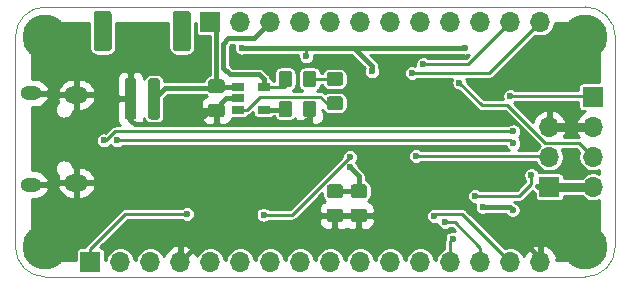
<source format=gbr>
G04 #@! TF.GenerationSoftware,KiCad,Pcbnew,(5.1.5)-2*
G04 #@! TF.CreationDate,2020-08-18T22:47:36+04:00*
G04 #@! TF.ProjectId,stm32f103_feather,73746d33-3266-4313-9033-5f6665617468,rev?*
G04 #@! TF.SameCoordinates,Original*
G04 #@! TF.FileFunction,Copper,L2,Bot*
G04 #@! TF.FilePolarity,Positive*
%FSLAX46Y46*%
G04 Gerber Fmt 4.6, Leading zero omitted, Abs format (unit mm)*
G04 Created by KiCad (PCBNEW (5.1.5)-2) date 2020-08-18 22:47:36*
%MOMM*%
%LPD*%
G04 APERTURE LIST*
G04 #@! TA.AperFunction,Profile*
%ADD10C,0.050000*%
G04 #@! TD*
G04 #@! TA.AperFunction,SMDPad,CuDef*
%ADD11C,0.150000*%
G04 #@! TD*
G04 #@! TA.AperFunction,ComponentPad*
%ADD12O,1.700000X1.700000*%
G04 #@! TD*
G04 #@! TA.AperFunction,ComponentPad*
%ADD13R,1.700000X1.700000*%
G04 #@! TD*
G04 #@! TA.AperFunction,SMDPad,CuDef*
%ADD14R,1.060000X0.650000*%
G04 #@! TD*
G04 #@! TA.AperFunction,ComponentPad*
%ADD15O,1.800000X1.150000*%
G04 #@! TD*
G04 #@! TA.AperFunction,ComponentPad*
%ADD16O,2.000000X1.450000*%
G04 #@! TD*
G04 #@! TA.AperFunction,ViaPad*
%ADD17C,0.600000*%
G04 #@! TD*
G04 #@! TA.AperFunction,ViaPad*
%ADD18C,3.810000*%
G04 #@! TD*
G04 #@! TA.AperFunction,Conductor*
%ADD19C,0.250000*%
G04 #@! TD*
G04 #@! TA.AperFunction,Conductor*
%ADD20C,0.762000*%
G04 #@! TD*
G04 #@! TA.AperFunction,Conductor*
%ADD21C,0.381000*%
G04 #@! TD*
G04 #@! TA.AperFunction,Conductor*
%ADD22C,0.254000*%
G04 #@! TD*
G04 APERTURE END LIST*
D10*
X175260000Y-76200000D02*
X129540000Y-76200000D01*
X177800000Y-96520000D02*
X177800000Y-78740000D01*
X129540000Y-99060000D02*
X175260000Y-99060000D01*
X127000000Y-78740000D02*
X127000000Y-96520000D01*
X175260000Y-76200000D02*
G75*
G02X177800000Y-78740000I0J-2540000D01*
G01*
X177800000Y-96520000D02*
G75*
G02X175260000Y-99060000I-2540000J0D01*
G01*
X129540000Y-99060000D02*
G75*
G02X127000000Y-96520000I0J2540000D01*
G01*
X127000000Y-78740000D02*
G75*
G02X129540000Y-76200000I2540000J0D01*
G01*
G04 #@! TA.AperFunction,SMDPad,CuDef*
D11*
G04 #@! TO.P,R5,2*
G04 #@! TO.N,Net-(R5-Pad2)*
G36*
X154525505Y-83772204D02*
G01*
X154549773Y-83775804D01*
X154573572Y-83781765D01*
X154596671Y-83790030D01*
X154618850Y-83800520D01*
X154639893Y-83813132D01*
X154659599Y-83827747D01*
X154677777Y-83844223D01*
X154694253Y-83862401D01*
X154708868Y-83882107D01*
X154721480Y-83903150D01*
X154731970Y-83925329D01*
X154740235Y-83948428D01*
X154746196Y-83972227D01*
X154749796Y-83996495D01*
X154751000Y-84020999D01*
X154751000Y-84671001D01*
X154749796Y-84695505D01*
X154746196Y-84719773D01*
X154740235Y-84743572D01*
X154731970Y-84766671D01*
X154721480Y-84788850D01*
X154708868Y-84809893D01*
X154694253Y-84829599D01*
X154677777Y-84847777D01*
X154659599Y-84864253D01*
X154639893Y-84878868D01*
X154618850Y-84891480D01*
X154596671Y-84901970D01*
X154573572Y-84910235D01*
X154549773Y-84916196D01*
X154525505Y-84919796D01*
X154501001Y-84921000D01*
X153600999Y-84921000D01*
X153576495Y-84919796D01*
X153552227Y-84916196D01*
X153528428Y-84910235D01*
X153505329Y-84901970D01*
X153483150Y-84891480D01*
X153462107Y-84878868D01*
X153442401Y-84864253D01*
X153424223Y-84847777D01*
X153407747Y-84829599D01*
X153393132Y-84809893D01*
X153380520Y-84788850D01*
X153370030Y-84766671D01*
X153361765Y-84743572D01*
X153355804Y-84719773D01*
X153352204Y-84695505D01*
X153351000Y-84671001D01*
X153351000Y-84020999D01*
X153352204Y-83996495D01*
X153355804Y-83972227D01*
X153361765Y-83948428D01*
X153370030Y-83925329D01*
X153380520Y-83903150D01*
X153393132Y-83882107D01*
X153407747Y-83862401D01*
X153424223Y-83844223D01*
X153442401Y-83827747D01*
X153462107Y-83813132D01*
X153483150Y-83800520D01*
X153505329Y-83790030D01*
X153528428Y-83781765D01*
X153552227Y-83775804D01*
X153576495Y-83772204D01*
X153600999Y-83771000D01*
X154501001Y-83771000D01*
X154525505Y-83772204D01*
G37*
G04 #@! TD.AperFunction*
G04 #@! TA.AperFunction,SMDPad,CuDef*
G04 #@! TO.P,R5,1*
G04 #@! TO.N,Net-(D4-Pad1)*
G36*
X154525505Y-81722204D02*
G01*
X154549773Y-81725804D01*
X154573572Y-81731765D01*
X154596671Y-81740030D01*
X154618850Y-81750520D01*
X154639893Y-81763132D01*
X154659599Y-81777747D01*
X154677777Y-81794223D01*
X154694253Y-81812401D01*
X154708868Y-81832107D01*
X154721480Y-81853150D01*
X154731970Y-81875329D01*
X154740235Y-81898428D01*
X154746196Y-81922227D01*
X154749796Y-81946495D01*
X154751000Y-81970999D01*
X154751000Y-82621001D01*
X154749796Y-82645505D01*
X154746196Y-82669773D01*
X154740235Y-82693572D01*
X154731970Y-82716671D01*
X154721480Y-82738850D01*
X154708868Y-82759893D01*
X154694253Y-82779599D01*
X154677777Y-82797777D01*
X154659599Y-82814253D01*
X154639893Y-82828868D01*
X154618850Y-82841480D01*
X154596671Y-82851970D01*
X154573572Y-82860235D01*
X154549773Y-82866196D01*
X154525505Y-82869796D01*
X154501001Y-82871000D01*
X153600999Y-82871000D01*
X153576495Y-82869796D01*
X153552227Y-82866196D01*
X153528428Y-82860235D01*
X153505329Y-82851970D01*
X153483150Y-82841480D01*
X153462107Y-82828868D01*
X153442401Y-82814253D01*
X153424223Y-82797777D01*
X153407747Y-82779599D01*
X153393132Y-82759893D01*
X153380520Y-82738850D01*
X153370030Y-82716671D01*
X153361765Y-82693572D01*
X153355804Y-82669773D01*
X153352204Y-82645505D01*
X153351000Y-82621001D01*
X153351000Y-81970999D01*
X153352204Y-81946495D01*
X153355804Y-81922227D01*
X153361765Y-81898428D01*
X153370030Y-81875329D01*
X153380520Y-81853150D01*
X153393132Y-81832107D01*
X153407747Y-81812401D01*
X153424223Y-81794223D01*
X153442401Y-81777747D01*
X153462107Y-81763132D01*
X153483150Y-81750520D01*
X153505329Y-81740030D01*
X153528428Y-81731765D01*
X153552227Y-81725804D01*
X153576495Y-81722204D01*
X153600999Y-81721000D01*
X154501001Y-81721000D01*
X154525505Y-81722204D01*
G37*
G04 #@! TD.AperFunction*
G04 #@! TD*
G04 #@! TA.AperFunction,SMDPad,CuDef*
G04 #@! TO.P,R4,2*
G04 #@! TO.N,GND*
G36*
X152259505Y-84137204D02*
G01*
X152283773Y-84140804D01*
X152307572Y-84146765D01*
X152330671Y-84155030D01*
X152352850Y-84165520D01*
X152373893Y-84178132D01*
X152393599Y-84192747D01*
X152411777Y-84209223D01*
X152428253Y-84227401D01*
X152442868Y-84247107D01*
X152455480Y-84268150D01*
X152465970Y-84290329D01*
X152474235Y-84313428D01*
X152480196Y-84337227D01*
X152483796Y-84361495D01*
X152485000Y-84385999D01*
X152485000Y-85286001D01*
X152483796Y-85310505D01*
X152480196Y-85334773D01*
X152474235Y-85358572D01*
X152465970Y-85381671D01*
X152455480Y-85403850D01*
X152442868Y-85424893D01*
X152428253Y-85444599D01*
X152411777Y-85462777D01*
X152393599Y-85479253D01*
X152373893Y-85493868D01*
X152352850Y-85506480D01*
X152330671Y-85516970D01*
X152307572Y-85525235D01*
X152283773Y-85531196D01*
X152259505Y-85534796D01*
X152235001Y-85536000D01*
X151584999Y-85536000D01*
X151560495Y-85534796D01*
X151536227Y-85531196D01*
X151512428Y-85525235D01*
X151489329Y-85516970D01*
X151467150Y-85506480D01*
X151446107Y-85493868D01*
X151426401Y-85479253D01*
X151408223Y-85462777D01*
X151391747Y-85444599D01*
X151377132Y-85424893D01*
X151364520Y-85403850D01*
X151354030Y-85381671D01*
X151345765Y-85358572D01*
X151339804Y-85334773D01*
X151336204Y-85310505D01*
X151335000Y-85286001D01*
X151335000Y-84385999D01*
X151336204Y-84361495D01*
X151339804Y-84337227D01*
X151345765Y-84313428D01*
X151354030Y-84290329D01*
X151364520Y-84268150D01*
X151377132Y-84247107D01*
X151391747Y-84227401D01*
X151408223Y-84209223D01*
X151426401Y-84192747D01*
X151446107Y-84178132D01*
X151467150Y-84165520D01*
X151489329Y-84155030D01*
X151512428Y-84146765D01*
X151536227Y-84140804D01*
X151560495Y-84137204D01*
X151584999Y-84136000D01*
X152235001Y-84136000D01*
X152259505Y-84137204D01*
G37*
G04 #@! TD.AperFunction*
G04 #@! TA.AperFunction,SMDPad,CuDef*
G04 #@! TO.P,R4,1*
G04 #@! TO.N,Net-(R4-Pad1)*
G36*
X150209505Y-84137204D02*
G01*
X150233773Y-84140804D01*
X150257572Y-84146765D01*
X150280671Y-84155030D01*
X150302850Y-84165520D01*
X150323893Y-84178132D01*
X150343599Y-84192747D01*
X150361777Y-84209223D01*
X150378253Y-84227401D01*
X150392868Y-84247107D01*
X150405480Y-84268150D01*
X150415970Y-84290329D01*
X150424235Y-84313428D01*
X150430196Y-84337227D01*
X150433796Y-84361495D01*
X150435000Y-84385999D01*
X150435000Y-85286001D01*
X150433796Y-85310505D01*
X150430196Y-85334773D01*
X150424235Y-85358572D01*
X150415970Y-85381671D01*
X150405480Y-85403850D01*
X150392868Y-85424893D01*
X150378253Y-85444599D01*
X150361777Y-85462777D01*
X150343599Y-85479253D01*
X150323893Y-85493868D01*
X150302850Y-85506480D01*
X150280671Y-85516970D01*
X150257572Y-85525235D01*
X150233773Y-85531196D01*
X150209505Y-85534796D01*
X150185001Y-85536000D01*
X149534999Y-85536000D01*
X149510495Y-85534796D01*
X149486227Y-85531196D01*
X149462428Y-85525235D01*
X149439329Y-85516970D01*
X149417150Y-85506480D01*
X149396107Y-85493868D01*
X149376401Y-85479253D01*
X149358223Y-85462777D01*
X149341747Y-85444599D01*
X149327132Y-85424893D01*
X149314520Y-85403850D01*
X149304030Y-85381671D01*
X149295765Y-85358572D01*
X149289804Y-85334773D01*
X149286204Y-85310505D01*
X149285000Y-85286001D01*
X149285000Y-84385999D01*
X149286204Y-84361495D01*
X149289804Y-84337227D01*
X149295765Y-84313428D01*
X149304030Y-84290329D01*
X149314520Y-84268150D01*
X149327132Y-84247107D01*
X149341747Y-84227401D01*
X149358223Y-84209223D01*
X149376401Y-84192747D01*
X149396107Y-84178132D01*
X149417150Y-84165520D01*
X149439329Y-84155030D01*
X149462428Y-84146765D01*
X149486227Y-84140804D01*
X149510495Y-84137204D01*
X149534999Y-84136000D01*
X150185001Y-84136000D01*
X150209505Y-84137204D01*
G37*
G04 #@! TD.AperFunction*
G04 #@! TD*
G04 #@! TA.AperFunction,SMDPad,CuDef*
G04 #@! TO.P,D4,2*
G04 #@! TO.N,/usb*
G36*
X150209505Y-81597204D02*
G01*
X150233773Y-81600804D01*
X150257572Y-81606765D01*
X150280671Y-81615030D01*
X150302850Y-81625520D01*
X150323893Y-81638132D01*
X150343599Y-81652747D01*
X150361777Y-81669223D01*
X150378253Y-81687401D01*
X150392868Y-81707107D01*
X150405480Y-81728150D01*
X150415970Y-81750329D01*
X150424235Y-81773428D01*
X150430196Y-81797227D01*
X150433796Y-81821495D01*
X150435000Y-81845999D01*
X150435000Y-82746001D01*
X150433796Y-82770505D01*
X150430196Y-82794773D01*
X150424235Y-82818572D01*
X150415970Y-82841671D01*
X150405480Y-82863850D01*
X150392868Y-82884893D01*
X150378253Y-82904599D01*
X150361777Y-82922777D01*
X150343599Y-82939253D01*
X150323893Y-82953868D01*
X150302850Y-82966480D01*
X150280671Y-82976970D01*
X150257572Y-82985235D01*
X150233773Y-82991196D01*
X150209505Y-82994796D01*
X150185001Y-82996000D01*
X149534999Y-82996000D01*
X149510495Y-82994796D01*
X149486227Y-82991196D01*
X149462428Y-82985235D01*
X149439329Y-82976970D01*
X149417150Y-82966480D01*
X149396107Y-82953868D01*
X149376401Y-82939253D01*
X149358223Y-82922777D01*
X149341747Y-82904599D01*
X149327132Y-82884893D01*
X149314520Y-82863850D01*
X149304030Y-82841671D01*
X149295765Y-82818572D01*
X149289804Y-82794773D01*
X149286204Y-82770505D01*
X149285000Y-82746001D01*
X149285000Y-81845999D01*
X149286204Y-81821495D01*
X149289804Y-81797227D01*
X149295765Y-81773428D01*
X149304030Y-81750329D01*
X149314520Y-81728150D01*
X149327132Y-81707107D01*
X149341747Y-81687401D01*
X149358223Y-81669223D01*
X149376401Y-81652747D01*
X149396107Y-81638132D01*
X149417150Y-81625520D01*
X149439329Y-81615030D01*
X149462428Y-81606765D01*
X149486227Y-81600804D01*
X149510495Y-81597204D01*
X149534999Y-81596000D01*
X150185001Y-81596000D01*
X150209505Y-81597204D01*
G37*
G04 #@! TD.AperFunction*
G04 #@! TA.AperFunction,SMDPad,CuDef*
G04 #@! TO.P,D4,1*
G04 #@! TO.N,Net-(D4-Pad1)*
G36*
X152259505Y-81597204D02*
G01*
X152283773Y-81600804D01*
X152307572Y-81606765D01*
X152330671Y-81615030D01*
X152352850Y-81625520D01*
X152373893Y-81638132D01*
X152393599Y-81652747D01*
X152411777Y-81669223D01*
X152428253Y-81687401D01*
X152442868Y-81707107D01*
X152455480Y-81728150D01*
X152465970Y-81750329D01*
X152474235Y-81773428D01*
X152480196Y-81797227D01*
X152483796Y-81821495D01*
X152485000Y-81845999D01*
X152485000Y-82746001D01*
X152483796Y-82770505D01*
X152480196Y-82794773D01*
X152474235Y-82818572D01*
X152465970Y-82841671D01*
X152455480Y-82863850D01*
X152442868Y-82884893D01*
X152428253Y-82904599D01*
X152411777Y-82922777D01*
X152393599Y-82939253D01*
X152373893Y-82953868D01*
X152352850Y-82966480D01*
X152330671Y-82976970D01*
X152307572Y-82985235D01*
X152283773Y-82991196D01*
X152259505Y-82994796D01*
X152235001Y-82996000D01*
X151584999Y-82996000D01*
X151560495Y-82994796D01*
X151536227Y-82991196D01*
X151512428Y-82985235D01*
X151489329Y-82976970D01*
X151467150Y-82966480D01*
X151446107Y-82953868D01*
X151426401Y-82939253D01*
X151408223Y-82922777D01*
X151391747Y-82904599D01*
X151377132Y-82884893D01*
X151364520Y-82863850D01*
X151354030Y-82841671D01*
X151345765Y-82818572D01*
X151339804Y-82794773D01*
X151336204Y-82770505D01*
X151335000Y-82746001D01*
X151335000Y-81845999D01*
X151336204Y-81821495D01*
X151339804Y-81797227D01*
X151345765Y-81773428D01*
X151354030Y-81750329D01*
X151364520Y-81728150D01*
X151377132Y-81707107D01*
X151391747Y-81687401D01*
X151408223Y-81669223D01*
X151426401Y-81652747D01*
X151446107Y-81638132D01*
X151467150Y-81625520D01*
X151489329Y-81615030D01*
X151512428Y-81606765D01*
X151536227Y-81600804D01*
X151560495Y-81597204D01*
X151584999Y-81596000D01*
X152235001Y-81596000D01*
X152259505Y-81597204D01*
G37*
G04 #@! TD.AperFunction*
G04 #@! TD*
G04 #@! TA.AperFunction,SMDPad,CuDef*
G04 #@! TO.P,C14,2*
G04 #@! TO.N,/bat*
G36*
X144492505Y-82334204D02*
G01*
X144516773Y-82337804D01*
X144540572Y-82343765D01*
X144563671Y-82352030D01*
X144585850Y-82362520D01*
X144606893Y-82375132D01*
X144626599Y-82389747D01*
X144644777Y-82406223D01*
X144661253Y-82424401D01*
X144675868Y-82444107D01*
X144688480Y-82465150D01*
X144698970Y-82487329D01*
X144707235Y-82510428D01*
X144713196Y-82534227D01*
X144716796Y-82558495D01*
X144718000Y-82582999D01*
X144718000Y-83233001D01*
X144716796Y-83257505D01*
X144713196Y-83281773D01*
X144707235Y-83305572D01*
X144698970Y-83328671D01*
X144688480Y-83350850D01*
X144675868Y-83371893D01*
X144661253Y-83391599D01*
X144644777Y-83409777D01*
X144626599Y-83426253D01*
X144606893Y-83440868D01*
X144585850Y-83453480D01*
X144563671Y-83463970D01*
X144540572Y-83472235D01*
X144516773Y-83478196D01*
X144492505Y-83481796D01*
X144468001Y-83483000D01*
X143567999Y-83483000D01*
X143543495Y-83481796D01*
X143519227Y-83478196D01*
X143495428Y-83472235D01*
X143472329Y-83463970D01*
X143450150Y-83453480D01*
X143429107Y-83440868D01*
X143409401Y-83426253D01*
X143391223Y-83409777D01*
X143374747Y-83391599D01*
X143360132Y-83371893D01*
X143347520Y-83350850D01*
X143337030Y-83328671D01*
X143328765Y-83305572D01*
X143322804Y-83281773D01*
X143319204Y-83257505D01*
X143318000Y-83233001D01*
X143318000Y-82582999D01*
X143319204Y-82558495D01*
X143322804Y-82534227D01*
X143328765Y-82510428D01*
X143337030Y-82487329D01*
X143347520Y-82465150D01*
X143360132Y-82444107D01*
X143374747Y-82424401D01*
X143391223Y-82406223D01*
X143409401Y-82389747D01*
X143429107Y-82375132D01*
X143450150Y-82362520D01*
X143472329Y-82352030D01*
X143495428Y-82343765D01*
X143519227Y-82337804D01*
X143543495Y-82334204D01*
X143567999Y-82333000D01*
X144468001Y-82333000D01*
X144492505Y-82334204D01*
G37*
G04 #@! TD.AperFunction*
G04 #@! TA.AperFunction,SMDPad,CuDef*
G04 #@! TO.P,C14,1*
G04 #@! TO.N,GND*
G36*
X144492505Y-84384204D02*
G01*
X144516773Y-84387804D01*
X144540572Y-84393765D01*
X144563671Y-84402030D01*
X144585850Y-84412520D01*
X144606893Y-84425132D01*
X144626599Y-84439747D01*
X144644777Y-84456223D01*
X144661253Y-84474401D01*
X144675868Y-84494107D01*
X144688480Y-84515150D01*
X144698970Y-84537329D01*
X144707235Y-84560428D01*
X144713196Y-84584227D01*
X144716796Y-84608495D01*
X144718000Y-84632999D01*
X144718000Y-85283001D01*
X144716796Y-85307505D01*
X144713196Y-85331773D01*
X144707235Y-85355572D01*
X144698970Y-85378671D01*
X144688480Y-85400850D01*
X144675868Y-85421893D01*
X144661253Y-85441599D01*
X144644777Y-85459777D01*
X144626599Y-85476253D01*
X144606893Y-85490868D01*
X144585850Y-85503480D01*
X144563671Y-85513970D01*
X144540572Y-85522235D01*
X144516773Y-85528196D01*
X144492505Y-85531796D01*
X144468001Y-85533000D01*
X143567999Y-85533000D01*
X143543495Y-85531796D01*
X143519227Y-85528196D01*
X143495428Y-85522235D01*
X143472329Y-85513970D01*
X143450150Y-85503480D01*
X143429107Y-85490868D01*
X143409401Y-85476253D01*
X143391223Y-85459777D01*
X143374747Y-85441599D01*
X143360132Y-85421893D01*
X143347520Y-85400850D01*
X143337030Y-85378671D01*
X143328765Y-85355572D01*
X143322804Y-85331773D01*
X143319204Y-85307505D01*
X143318000Y-85283001D01*
X143318000Y-84632999D01*
X143319204Y-84608495D01*
X143322804Y-84584227D01*
X143328765Y-84560428D01*
X143337030Y-84537329D01*
X143347520Y-84515150D01*
X143360132Y-84494107D01*
X143374747Y-84474401D01*
X143391223Y-84456223D01*
X143409401Y-84439747D01*
X143429107Y-84425132D01*
X143450150Y-84412520D01*
X143472329Y-84402030D01*
X143495428Y-84393765D01*
X143519227Y-84387804D01*
X143543495Y-84384204D01*
X143567999Y-84383000D01*
X144468001Y-84383000D01*
X144492505Y-84384204D01*
G37*
G04 #@! TD.AperFunction*
G04 #@! TD*
G04 #@! TA.AperFunction,SMDPad,CuDef*
G04 #@! TO.P,C12,2*
G04 #@! TO.N,GND*
G36*
X156557505Y-93274204D02*
G01*
X156581773Y-93277804D01*
X156605572Y-93283765D01*
X156628671Y-93292030D01*
X156650850Y-93302520D01*
X156671893Y-93315132D01*
X156691599Y-93329747D01*
X156709777Y-93346223D01*
X156726253Y-93364401D01*
X156740868Y-93384107D01*
X156753480Y-93405150D01*
X156763970Y-93427329D01*
X156772235Y-93450428D01*
X156778196Y-93474227D01*
X156781796Y-93498495D01*
X156783000Y-93522999D01*
X156783000Y-94173001D01*
X156781796Y-94197505D01*
X156778196Y-94221773D01*
X156772235Y-94245572D01*
X156763970Y-94268671D01*
X156753480Y-94290850D01*
X156740868Y-94311893D01*
X156726253Y-94331599D01*
X156709777Y-94349777D01*
X156691599Y-94366253D01*
X156671893Y-94380868D01*
X156650850Y-94393480D01*
X156628671Y-94403970D01*
X156605572Y-94412235D01*
X156581773Y-94418196D01*
X156557505Y-94421796D01*
X156533001Y-94423000D01*
X155632999Y-94423000D01*
X155608495Y-94421796D01*
X155584227Y-94418196D01*
X155560428Y-94412235D01*
X155537329Y-94403970D01*
X155515150Y-94393480D01*
X155494107Y-94380868D01*
X155474401Y-94366253D01*
X155456223Y-94349777D01*
X155439747Y-94331599D01*
X155425132Y-94311893D01*
X155412520Y-94290850D01*
X155402030Y-94268671D01*
X155393765Y-94245572D01*
X155387804Y-94221773D01*
X155384204Y-94197505D01*
X155383000Y-94173001D01*
X155383000Y-93522999D01*
X155384204Y-93498495D01*
X155387804Y-93474227D01*
X155393765Y-93450428D01*
X155402030Y-93427329D01*
X155412520Y-93405150D01*
X155425132Y-93384107D01*
X155439747Y-93364401D01*
X155456223Y-93346223D01*
X155474401Y-93329747D01*
X155494107Y-93315132D01*
X155515150Y-93302520D01*
X155537329Y-93292030D01*
X155560428Y-93283765D01*
X155584227Y-93277804D01*
X155608495Y-93274204D01*
X155632999Y-93273000D01*
X156533001Y-93273000D01*
X156557505Y-93274204D01*
G37*
G04 #@! TD.AperFunction*
G04 #@! TA.AperFunction,SMDPad,CuDef*
G04 #@! TO.P,C12,1*
G04 #@! TO.N,/vref*
G36*
X156557505Y-91224204D02*
G01*
X156581773Y-91227804D01*
X156605572Y-91233765D01*
X156628671Y-91242030D01*
X156650850Y-91252520D01*
X156671893Y-91265132D01*
X156691599Y-91279747D01*
X156709777Y-91296223D01*
X156726253Y-91314401D01*
X156740868Y-91334107D01*
X156753480Y-91355150D01*
X156763970Y-91377329D01*
X156772235Y-91400428D01*
X156778196Y-91424227D01*
X156781796Y-91448495D01*
X156783000Y-91472999D01*
X156783000Y-92123001D01*
X156781796Y-92147505D01*
X156778196Y-92171773D01*
X156772235Y-92195572D01*
X156763970Y-92218671D01*
X156753480Y-92240850D01*
X156740868Y-92261893D01*
X156726253Y-92281599D01*
X156709777Y-92299777D01*
X156691599Y-92316253D01*
X156671893Y-92330868D01*
X156650850Y-92343480D01*
X156628671Y-92353970D01*
X156605572Y-92362235D01*
X156581773Y-92368196D01*
X156557505Y-92371796D01*
X156533001Y-92373000D01*
X155632999Y-92373000D01*
X155608495Y-92371796D01*
X155584227Y-92368196D01*
X155560428Y-92362235D01*
X155537329Y-92353970D01*
X155515150Y-92343480D01*
X155494107Y-92330868D01*
X155474401Y-92316253D01*
X155456223Y-92299777D01*
X155439747Y-92281599D01*
X155425132Y-92261893D01*
X155412520Y-92240850D01*
X155402030Y-92218671D01*
X155393765Y-92195572D01*
X155387804Y-92171773D01*
X155384204Y-92147505D01*
X155383000Y-92123001D01*
X155383000Y-91472999D01*
X155384204Y-91448495D01*
X155387804Y-91424227D01*
X155393765Y-91400428D01*
X155402030Y-91377329D01*
X155412520Y-91355150D01*
X155425132Y-91334107D01*
X155439747Y-91314401D01*
X155456223Y-91296223D01*
X155474401Y-91279747D01*
X155494107Y-91265132D01*
X155515150Y-91252520D01*
X155537329Y-91242030D01*
X155560428Y-91233765D01*
X155584227Y-91227804D01*
X155608495Y-91224204D01*
X155632999Y-91223000D01*
X156533001Y-91223000D01*
X156557505Y-91224204D01*
G37*
G04 #@! TD.AperFunction*
G04 #@! TD*
G04 #@! TA.AperFunction,SMDPad,CuDef*
G04 #@! TO.P,C11,2*
G04 #@! TO.N,GND*
G36*
X154525505Y-93274204D02*
G01*
X154549773Y-93277804D01*
X154573572Y-93283765D01*
X154596671Y-93292030D01*
X154618850Y-93302520D01*
X154639893Y-93315132D01*
X154659599Y-93329747D01*
X154677777Y-93346223D01*
X154694253Y-93364401D01*
X154708868Y-93384107D01*
X154721480Y-93405150D01*
X154731970Y-93427329D01*
X154740235Y-93450428D01*
X154746196Y-93474227D01*
X154749796Y-93498495D01*
X154751000Y-93522999D01*
X154751000Y-94173001D01*
X154749796Y-94197505D01*
X154746196Y-94221773D01*
X154740235Y-94245572D01*
X154731970Y-94268671D01*
X154721480Y-94290850D01*
X154708868Y-94311893D01*
X154694253Y-94331599D01*
X154677777Y-94349777D01*
X154659599Y-94366253D01*
X154639893Y-94380868D01*
X154618850Y-94393480D01*
X154596671Y-94403970D01*
X154573572Y-94412235D01*
X154549773Y-94418196D01*
X154525505Y-94421796D01*
X154501001Y-94423000D01*
X153600999Y-94423000D01*
X153576495Y-94421796D01*
X153552227Y-94418196D01*
X153528428Y-94412235D01*
X153505329Y-94403970D01*
X153483150Y-94393480D01*
X153462107Y-94380868D01*
X153442401Y-94366253D01*
X153424223Y-94349777D01*
X153407747Y-94331599D01*
X153393132Y-94311893D01*
X153380520Y-94290850D01*
X153370030Y-94268671D01*
X153361765Y-94245572D01*
X153355804Y-94221773D01*
X153352204Y-94197505D01*
X153351000Y-94173001D01*
X153351000Y-93522999D01*
X153352204Y-93498495D01*
X153355804Y-93474227D01*
X153361765Y-93450428D01*
X153370030Y-93427329D01*
X153380520Y-93405150D01*
X153393132Y-93384107D01*
X153407747Y-93364401D01*
X153424223Y-93346223D01*
X153442401Y-93329747D01*
X153462107Y-93315132D01*
X153483150Y-93302520D01*
X153505329Y-93292030D01*
X153528428Y-93283765D01*
X153552227Y-93277804D01*
X153576495Y-93274204D01*
X153600999Y-93273000D01*
X154501001Y-93273000D01*
X154525505Y-93274204D01*
G37*
G04 #@! TD.AperFunction*
G04 #@! TA.AperFunction,SMDPad,CuDef*
G04 #@! TO.P,C11,1*
G04 #@! TO.N,/vref*
G36*
X154525505Y-91224204D02*
G01*
X154549773Y-91227804D01*
X154573572Y-91233765D01*
X154596671Y-91242030D01*
X154618850Y-91252520D01*
X154639893Y-91265132D01*
X154659599Y-91279747D01*
X154677777Y-91296223D01*
X154694253Y-91314401D01*
X154708868Y-91334107D01*
X154721480Y-91355150D01*
X154731970Y-91377329D01*
X154740235Y-91400428D01*
X154746196Y-91424227D01*
X154749796Y-91448495D01*
X154751000Y-91472999D01*
X154751000Y-92123001D01*
X154749796Y-92147505D01*
X154746196Y-92171773D01*
X154740235Y-92195572D01*
X154731970Y-92218671D01*
X154721480Y-92240850D01*
X154708868Y-92261893D01*
X154694253Y-92281599D01*
X154677777Y-92299777D01*
X154659599Y-92316253D01*
X154639893Y-92330868D01*
X154618850Y-92343480D01*
X154596671Y-92353970D01*
X154573572Y-92362235D01*
X154549773Y-92368196D01*
X154525505Y-92371796D01*
X154501001Y-92373000D01*
X153600999Y-92373000D01*
X153576495Y-92371796D01*
X153552227Y-92368196D01*
X153528428Y-92362235D01*
X153505329Y-92353970D01*
X153483150Y-92343480D01*
X153462107Y-92330868D01*
X153442401Y-92316253D01*
X153424223Y-92299777D01*
X153407747Y-92281599D01*
X153393132Y-92261893D01*
X153380520Y-92240850D01*
X153370030Y-92218671D01*
X153361765Y-92195572D01*
X153355804Y-92171773D01*
X153352204Y-92147505D01*
X153351000Y-92123001D01*
X153351000Y-91472999D01*
X153352204Y-91448495D01*
X153355804Y-91424227D01*
X153361765Y-91400428D01*
X153370030Y-91377329D01*
X153380520Y-91355150D01*
X153393132Y-91334107D01*
X153407747Y-91314401D01*
X153424223Y-91296223D01*
X153442401Y-91279747D01*
X153462107Y-91265132D01*
X153483150Y-91252520D01*
X153505329Y-91242030D01*
X153528428Y-91233765D01*
X153552227Y-91227804D01*
X153576495Y-91224204D01*
X153600999Y-91223000D01*
X154501001Y-91223000D01*
X154525505Y-91224204D01*
G37*
G04 #@! TD.AperFunction*
G04 #@! TD*
G04 #@! TA.AperFunction,SMDPad,CuDef*
G04 #@! TO.P,J5,MP*
G04 #@! TO.N,N/C*
G36*
X141621504Y-76533204D02*
G01*
X141645773Y-76536804D01*
X141669571Y-76542765D01*
X141692671Y-76551030D01*
X141714849Y-76561520D01*
X141735893Y-76574133D01*
X141755598Y-76588747D01*
X141773777Y-76605223D01*
X141790253Y-76623402D01*
X141804867Y-76643107D01*
X141817480Y-76664151D01*
X141827970Y-76686329D01*
X141836235Y-76709429D01*
X141842196Y-76733227D01*
X141845796Y-76757496D01*
X141847000Y-76782000D01*
X141847000Y-79682000D01*
X141845796Y-79706504D01*
X141842196Y-79730773D01*
X141836235Y-79754571D01*
X141827970Y-79777671D01*
X141817480Y-79799849D01*
X141804867Y-79820893D01*
X141790253Y-79840598D01*
X141773777Y-79858777D01*
X141755598Y-79875253D01*
X141735893Y-79889867D01*
X141714849Y-79902480D01*
X141692671Y-79912970D01*
X141669571Y-79921235D01*
X141645773Y-79927196D01*
X141621504Y-79930796D01*
X141597000Y-79932000D01*
X140597000Y-79932000D01*
X140572496Y-79930796D01*
X140548227Y-79927196D01*
X140524429Y-79921235D01*
X140501329Y-79912970D01*
X140479151Y-79902480D01*
X140458107Y-79889867D01*
X140438402Y-79875253D01*
X140420223Y-79858777D01*
X140403747Y-79840598D01*
X140389133Y-79820893D01*
X140376520Y-79799849D01*
X140366030Y-79777671D01*
X140357765Y-79754571D01*
X140351804Y-79730773D01*
X140348204Y-79706504D01*
X140347000Y-79682000D01*
X140347000Y-76782000D01*
X140348204Y-76757496D01*
X140351804Y-76733227D01*
X140357765Y-76709429D01*
X140366030Y-76686329D01*
X140376520Y-76664151D01*
X140389133Y-76643107D01*
X140403747Y-76623402D01*
X140420223Y-76605223D01*
X140438402Y-76588747D01*
X140458107Y-76574133D01*
X140479151Y-76561520D01*
X140501329Y-76551030D01*
X140524429Y-76542765D01*
X140548227Y-76536804D01*
X140572496Y-76533204D01*
X140597000Y-76532000D01*
X141597000Y-76532000D01*
X141621504Y-76533204D01*
G37*
G04 #@! TD.AperFunction*
G04 #@! TA.AperFunction,SMDPad,CuDef*
G36*
X134921504Y-76533204D02*
G01*
X134945773Y-76536804D01*
X134969571Y-76542765D01*
X134992671Y-76551030D01*
X135014849Y-76561520D01*
X135035893Y-76574133D01*
X135055598Y-76588747D01*
X135073777Y-76605223D01*
X135090253Y-76623402D01*
X135104867Y-76643107D01*
X135117480Y-76664151D01*
X135127970Y-76686329D01*
X135136235Y-76709429D01*
X135142196Y-76733227D01*
X135145796Y-76757496D01*
X135147000Y-76782000D01*
X135147000Y-79682000D01*
X135145796Y-79706504D01*
X135142196Y-79730773D01*
X135136235Y-79754571D01*
X135127970Y-79777671D01*
X135117480Y-79799849D01*
X135104867Y-79820893D01*
X135090253Y-79840598D01*
X135073777Y-79858777D01*
X135055598Y-79875253D01*
X135035893Y-79889867D01*
X135014849Y-79902480D01*
X134992671Y-79912970D01*
X134969571Y-79921235D01*
X134945773Y-79927196D01*
X134921504Y-79930796D01*
X134897000Y-79932000D01*
X133897000Y-79932000D01*
X133872496Y-79930796D01*
X133848227Y-79927196D01*
X133824429Y-79921235D01*
X133801329Y-79912970D01*
X133779151Y-79902480D01*
X133758107Y-79889867D01*
X133738402Y-79875253D01*
X133720223Y-79858777D01*
X133703747Y-79840598D01*
X133689133Y-79820893D01*
X133676520Y-79799849D01*
X133666030Y-79777671D01*
X133657765Y-79754571D01*
X133651804Y-79730773D01*
X133648204Y-79706504D01*
X133647000Y-79682000D01*
X133647000Y-76782000D01*
X133648204Y-76757496D01*
X133651804Y-76733227D01*
X133657765Y-76709429D01*
X133666030Y-76686329D01*
X133676520Y-76664151D01*
X133689133Y-76643107D01*
X133703747Y-76623402D01*
X133720223Y-76605223D01*
X133738402Y-76588747D01*
X133758107Y-76574133D01*
X133779151Y-76561520D01*
X133801329Y-76551030D01*
X133824429Y-76542765D01*
X133848227Y-76536804D01*
X133872496Y-76533204D01*
X133897000Y-76532000D01*
X134897000Y-76532000D01*
X134921504Y-76533204D01*
G37*
G04 #@! TD.AperFunction*
G04 #@! TA.AperFunction,SMDPad,CuDef*
G04 #@! TO.P,J5,2*
G04 #@! TO.N,/bat*
G36*
X139021504Y-82233204D02*
G01*
X139045773Y-82236804D01*
X139069571Y-82242765D01*
X139092671Y-82251030D01*
X139114849Y-82261520D01*
X139135893Y-82274133D01*
X139155598Y-82288747D01*
X139173777Y-82305223D01*
X139190253Y-82323402D01*
X139204867Y-82343107D01*
X139217480Y-82364151D01*
X139227970Y-82386329D01*
X139236235Y-82409429D01*
X139242196Y-82433227D01*
X139245796Y-82457496D01*
X139247000Y-82482000D01*
X139247000Y-85482000D01*
X139245796Y-85506504D01*
X139242196Y-85530773D01*
X139236235Y-85554571D01*
X139227970Y-85577671D01*
X139217480Y-85599849D01*
X139204867Y-85620893D01*
X139190253Y-85640598D01*
X139173777Y-85658777D01*
X139155598Y-85675253D01*
X139135893Y-85689867D01*
X139114849Y-85702480D01*
X139092671Y-85712970D01*
X139069571Y-85721235D01*
X139045773Y-85727196D01*
X139021504Y-85730796D01*
X138997000Y-85732000D01*
X138497000Y-85732000D01*
X138472496Y-85730796D01*
X138448227Y-85727196D01*
X138424429Y-85721235D01*
X138401329Y-85712970D01*
X138379151Y-85702480D01*
X138358107Y-85689867D01*
X138338402Y-85675253D01*
X138320223Y-85658777D01*
X138303747Y-85640598D01*
X138289133Y-85620893D01*
X138276520Y-85599849D01*
X138266030Y-85577671D01*
X138257765Y-85554571D01*
X138251804Y-85530773D01*
X138248204Y-85506504D01*
X138247000Y-85482000D01*
X138247000Y-82482000D01*
X138248204Y-82457496D01*
X138251804Y-82433227D01*
X138257765Y-82409429D01*
X138266030Y-82386329D01*
X138276520Y-82364151D01*
X138289133Y-82343107D01*
X138303747Y-82323402D01*
X138320223Y-82305223D01*
X138338402Y-82288747D01*
X138358107Y-82274133D01*
X138379151Y-82261520D01*
X138401329Y-82251030D01*
X138424429Y-82242765D01*
X138448227Y-82236804D01*
X138472496Y-82233204D01*
X138497000Y-82232000D01*
X138997000Y-82232000D01*
X139021504Y-82233204D01*
G37*
G04 #@! TD.AperFunction*
G04 #@! TA.AperFunction,SMDPad,CuDef*
G04 #@! TO.P,J5,1*
G04 #@! TO.N,GND*
G36*
X137021504Y-82233204D02*
G01*
X137045773Y-82236804D01*
X137069571Y-82242765D01*
X137092671Y-82251030D01*
X137114849Y-82261520D01*
X137135893Y-82274133D01*
X137155598Y-82288747D01*
X137173777Y-82305223D01*
X137190253Y-82323402D01*
X137204867Y-82343107D01*
X137217480Y-82364151D01*
X137227970Y-82386329D01*
X137236235Y-82409429D01*
X137242196Y-82433227D01*
X137245796Y-82457496D01*
X137247000Y-82482000D01*
X137247000Y-85482000D01*
X137245796Y-85506504D01*
X137242196Y-85530773D01*
X137236235Y-85554571D01*
X137227970Y-85577671D01*
X137217480Y-85599849D01*
X137204867Y-85620893D01*
X137190253Y-85640598D01*
X137173777Y-85658777D01*
X137155598Y-85675253D01*
X137135893Y-85689867D01*
X137114849Y-85702480D01*
X137092671Y-85712970D01*
X137069571Y-85721235D01*
X137045773Y-85727196D01*
X137021504Y-85730796D01*
X136997000Y-85732000D01*
X136497000Y-85732000D01*
X136472496Y-85730796D01*
X136448227Y-85727196D01*
X136424429Y-85721235D01*
X136401329Y-85712970D01*
X136379151Y-85702480D01*
X136358107Y-85689867D01*
X136338402Y-85675253D01*
X136320223Y-85658777D01*
X136303747Y-85640598D01*
X136289133Y-85620893D01*
X136276520Y-85599849D01*
X136266030Y-85577671D01*
X136257765Y-85554571D01*
X136251804Y-85530773D01*
X136248204Y-85506504D01*
X136247000Y-85482000D01*
X136247000Y-82482000D01*
X136248204Y-82457496D01*
X136251804Y-82433227D01*
X136257765Y-82409429D01*
X136266030Y-82386329D01*
X136276520Y-82364151D01*
X136289133Y-82343107D01*
X136303747Y-82323402D01*
X136320223Y-82305223D01*
X136338402Y-82288747D01*
X136358107Y-82274133D01*
X136379151Y-82261520D01*
X136401329Y-82251030D01*
X136424429Y-82242765D01*
X136448227Y-82236804D01*
X136472496Y-82233204D01*
X136497000Y-82232000D01*
X136997000Y-82232000D01*
X137021504Y-82233204D01*
G37*
G04 #@! TD.AperFunction*
G04 #@! TD*
D12*
G04 #@! TO.P,J2,12*
G04 #@! TO.N,/sda*
X171450000Y-77470000D03*
G04 #@! TO.P,J2,11*
G04 #@! TO.N,/scl*
X168910000Y-77470000D03*
G04 #@! TO.P,J2,10*
G04 #@! TO.N,/nss*
X166370000Y-77470000D03*
G04 #@! TO.P,J2,9*
G04 #@! TO.N,/pa15*
X163830000Y-77470000D03*
G04 #@! TO.P,J2,8*
G04 #@! TO.N,/pb3*
X161290000Y-77470000D03*
G04 #@! TO.P,J2,7*
G04 #@! TO.N,/pb4*
X158750000Y-77470000D03*
G04 #@! TO.P,J2,6*
G04 #@! TO.N,/pb5*
X156210000Y-77470000D03*
G04 #@! TO.P,J2,5*
G04 #@! TO.N,/canrx*
X153670000Y-77470000D03*
G04 #@! TO.P,J2,4*
G04 #@! TO.N,/cantx*
X151130000Y-77470000D03*
G04 #@! TO.P,J2,3*
G04 #@! TO.N,/usb*
X148590000Y-77470000D03*
G04 #@! TO.P,J2,2*
G04 #@! TO.N,/en*
X146050000Y-77470000D03*
D13*
G04 #@! TO.P,J2,1*
G04 #@! TO.N,/bat*
X143510000Y-77470000D03*
G04 #@! TD*
D12*
G04 #@! TO.P,JP1,3*
G04 #@! TO.N,GND*
X172212000Y-86360000D03*
G04 #@! TO.P,JP1,2*
G04 #@! TO.N,/boot*
X172212000Y-88900000D03*
D13*
G04 #@! TO.P,JP1,1*
G04 #@! TO.N,/3vo*
X172212000Y-91440000D03*
G04 #@! TD*
D14*
G04 #@! TO.P,U3,5*
G04 #@! TO.N,Net-(R4-Pad1)*
X148039000Y-84897000D03*
G04 #@! TO.P,U3,4*
G04 #@! TO.N,/usb*
X148039000Y-82997000D03*
G04 #@! TO.P,U3,3*
G04 #@! TO.N,/bat*
X145839000Y-82997000D03*
G04 #@! TO.P,U3,2*
G04 #@! TO.N,GND*
X145839000Y-83947000D03*
G04 #@! TO.P,U3,1*
G04 #@! TO.N,Net-(R5-Pad2)*
X145839000Y-84897000D03*
G04 #@! TD*
D15*
G04 #@! TO.P,J4,6*
G04 #@! TO.N,GND*
X128352000Y-91251000D03*
X128352000Y-83501000D03*
D16*
X132152000Y-91101000D03*
X132152000Y-83651000D03*
G04 #@! TD*
D12*
G04 #@! TO.P,J3,4*
G04 #@! TO.N,/3vo*
X175895000Y-91440000D03*
G04 #@! TO.P,J3,3*
G04 #@! TO.N,/swclk*
X175895000Y-88900000D03*
G04 #@! TO.P,J3,2*
G04 #@! TO.N,GND*
X175895000Y-86360000D03*
D13*
G04 #@! TO.P,J3,1*
G04 #@! TO.N,/swdio*
X175895000Y-83820000D03*
G04 #@! TD*
D12*
G04 #@! TO.P,J1,16*
G04 #@! TO.N,GND*
X171450000Y-97790000D03*
G04 #@! TO.P,J1,15*
G04 #@! TO.N,/tx*
X168910000Y-97790000D03*
G04 #@! TO.P,J1,14*
G04 #@! TO.N,/rx*
X166370000Y-97790000D03*
G04 #@! TO.P,J1,13*
G04 #@! TO.N,/mi*
X163830000Y-97790000D03*
G04 #@! TO.P,J1,12*
G04 #@! TO.N,/mo*
X161290000Y-97790000D03*
G04 #@! TO.P,J1,11*
G04 #@! TO.N,/sck*
X158750000Y-97790000D03*
G04 #@! TO.P,J1,10*
G04 #@! TO.N,/a5*
X156210000Y-97790000D03*
G04 #@! TO.P,J1,9*
G04 #@! TO.N,/a4*
X153670000Y-97790000D03*
G04 #@! TO.P,J1,8*
G04 #@! TO.N,/a3*
X151130000Y-97790000D03*
G04 #@! TO.P,J1,7*
G04 #@! TO.N,/a2*
X148590000Y-97790000D03*
G04 #@! TO.P,J1,6*
G04 #@! TO.N,/a1*
X146050000Y-97790000D03*
G04 #@! TO.P,J1,5*
G04 #@! TO.N,/a0*
X143510000Y-97790000D03*
G04 #@! TO.P,J1,4*
G04 #@! TO.N,GND*
X140970000Y-97790000D03*
G04 #@! TO.P,J1,3*
G04 #@! TO.N,/vref*
X138430000Y-97790000D03*
G04 #@! TO.P,J1,2*
G04 #@! TO.N,/3vo*
X135890000Y-97790000D03*
D13*
G04 #@! TO.P,J1,1*
G04 #@! TO.N,/nrst*
X133350000Y-97790000D03*
G04 #@! TD*
D17*
G04 #@! TO.N,/vref*
X155321000Y-89789000D03*
G04 #@! TO.N,GND*
X147574000Y-80645000D03*
G04 #@! TO.N,/3vo*
X151638000Y-80391000D03*
G04 #@! TO.N,/tx*
X162433000Y-93916500D03*
G04 #@! TO.N,/rx*
X163385500Y-94424500D03*
G04 #@! TO.N,/mi*
X164020500Y-95827010D03*
G04 #@! TO.N,/3vo*
X166560500Y-93154500D03*
X169100500Y-93408500D03*
X146163000Y-79657000D03*
X165072000Y-79657000D03*
X157198000Y-81661000D03*
G04 #@! TO.N,/sda*
X160591500Y-81788000D03*
G04 #@! TO.N,/scl*
X161544000Y-81026000D03*
G04 #@! TO.N,GND*
X149860000Y-89535000D03*
D18*
X129540000Y-78740000D03*
X129540000Y-96520000D03*
X175260000Y-78740000D03*
X175260000Y-96520000D03*
D17*
X141478000Y-89916000D03*
X159512000Y-89027000D03*
X163639500Y-90487500D03*
X163703000Y-85979000D03*
X137777250Y-90632250D03*
X159385000Y-85852000D03*
X155448000Y-83185000D03*
X167626000Y-83185000D03*
X139509500Y-92075000D03*
X169128500Y-95158500D03*
X147701000Y-85979000D03*
G04 #@! TO.N,/nrst*
X148018500Y-93789500D03*
X155321000Y-88900000D03*
X141541500Y-93726000D03*
G04 #@! TO.N,/swdio*
X168910000Y-83756500D03*
G04 #@! TO.N,/swclk*
X164592000Y-82613500D03*
G04 #@! TO.N,/usb_dp*
X134493000Y-87503000D03*
X169164000Y-86741000D03*
G04 #@! TO.N,/usb_dm*
X135636000Y-87503000D03*
X169164000Y-87757000D03*
G04 #@! TO.N,/boot*
X160909000Y-88836500D03*
G04 #@! TO.N,/nss*
X165925500Y-92202000D03*
X170688000Y-90424000D03*
G04 #@! TD*
D19*
G04 #@! TO.N,/tx*
X168060001Y-96940001D02*
X168910000Y-97790000D01*
X164819499Y-93699499D02*
X168060001Y-96940001D01*
X162650001Y-93699499D02*
X164819499Y-93699499D01*
X162433000Y-93916500D02*
X162650001Y-93699499D01*
G04 #@! TO.N,/rx*
X163951185Y-94424500D02*
X163385500Y-94424500D01*
X164206581Y-94424500D02*
X163951185Y-94424500D01*
X166370000Y-96587919D02*
X164206581Y-94424500D01*
X166370000Y-97790000D02*
X166370000Y-96587919D01*
G04 #@! TO.N,/mi*
X163830000Y-96017510D02*
X164020500Y-95827010D01*
X163830000Y-97790000D02*
X163830000Y-96017510D01*
D20*
G04 #@! TO.N,/3vo*
X172720000Y-91440000D02*
X175895000Y-91440000D01*
D21*
X165072000Y-79657000D02*
X165072000Y-79657000D01*
X168846500Y-93154500D02*
X169100500Y-93408500D01*
X166560500Y-93154500D02*
X168846500Y-93154500D01*
X157198000Y-81186000D02*
X157198000Y-81661000D01*
X155669000Y-79657000D02*
X157198000Y-81186000D01*
X146163000Y-79657000D02*
X155669000Y-79657000D01*
X159727000Y-79657000D02*
X155669000Y-79657000D01*
X165072000Y-79657000D02*
X159727000Y-79657000D01*
D19*
X151638000Y-80391000D02*
X151638000Y-79657000D01*
D21*
X171243979Y-91440000D02*
X171203510Y-91399531D01*
X172212000Y-91440000D02*
X171243979Y-91440000D01*
D19*
G04 #@! TO.N,/sda*
X167132000Y-81788000D02*
X171450000Y-77470000D01*
X160591500Y-81788000D02*
X167132000Y-81788000D01*
G04 #@! TO.N,/scl*
X165354000Y-81026000D02*
X168910000Y-77470000D01*
X161544000Y-81026000D02*
X165354000Y-81026000D01*
D21*
G04 #@! TO.N,/usb*
X148039000Y-82291000D02*
X147663000Y-81915000D01*
X148039000Y-82997000D02*
X148039000Y-82291000D01*
X147663000Y-81915000D02*
X145161000Y-81915000D01*
X145161000Y-81915000D02*
X144599010Y-81353010D01*
X144599010Y-81353010D02*
X144599010Y-79301990D01*
X147740001Y-78319999D02*
X148590000Y-77470000D01*
X147193501Y-78866499D02*
X147740001Y-78319999D01*
X145034501Y-78866499D02*
X147193501Y-78866499D01*
X144599010Y-79301990D02*
X145034501Y-78866499D01*
D19*
X149860000Y-82996000D02*
X149860000Y-82296000D01*
X149859000Y-82997000D02*
X149860000Y-82996000D01*
X148039000Y-82997000D02*
X149859000Y-82997000D01*
D21*
G04 #@! TO.N,/bat*
X144018000Y-77978000D02*
X143510000Y-77470000D01*
X144018000Y-83058000D02*
X144018000Y-77978000D01*
X144018000Y-83058000D02*
X139671000Y-83058000D01*
X144079000Y-82997000D02*
X144018000Y-83058000D01*
X145839000Y-82997000D02*
X144079000Y-82997000D01*
X138747000Y-83982000D02*
X139671000Y-83058000D01*
G04 #@! TO.N,GND*
X144879000Y-83947000D02*
X145839000Y-83947000D01*
X144018000Y-84808000D02*
X144879000Y-83947000D01*
X140970000Y-97790000D02*
X143637000Y-95123000D01*
X143637000Y-95123000D02*
X143637000Y-91313000D01*
X142240000Y-89916000D02*
X141478000Y-89916000D01*
X143637000Y-91313000D02*
X142240000Y-89916000D01*
X136747000Y-85732000D02*
X136747000Y-83982000D01*
X137137510Y-86122510D02*
X136747000Y-85732000D01*
X142228490Y-86122510D02*
X137137510Y-86122510D01*
X143543000Y-84808000D02*
X142228490Y-86122510D01*
X144018000Y-84808000D02*
X143543000Y-84808000D01*
X141097000Y-92075000D02*
X141478000Y-91694000D01*
X141478000Y-89916000D02*
X141478000Y-91694000D01*
X139509500Y-92075000D02*
X141097000Y-92075000D01*
X171450000Y-97480000D02*
X169128500Y-95158500D01*
X171450000Y-97790000D02*
X171450000Y-97480000D01*
X154051000Y-93848000D02*
X156083000Y-93848000D01*
X151910000Y-85536000D02*
X151910000Y-84836000D01*
X147955000Y-85979000D02*
X151467000Y-85979000D01*
X151467000Y-85979000D02*
X151910000Y-85536000D01*
D20*
X172720000Y-86360000D02*
X175895000Y-86360000D01*
D19*
G04 #@! TO.N,/nrst*
X155321000Y-88900000D02*
X150495000Y-93726000D01*
X133350000Y-96690000D02*
X133350000Y-97790000D01*
X136314000Y-93726000D02*
X133350000Y-96690000D01*
X141541500Y-93726000D02*
X136314000Y-93726000D01*
X150431500Y-93789500D02*
X150495000Y-93726000D01*
X148018500Y-93789500D02*
X150431500Y-93789500D01*
D21*
G04 #@! TO.N,/vref*
X156083000Y-91798000D02*
X154051000Y-91798000D01*
X156083000Y-90551000D02*
X155321000Y-89789000D01*
X156083000Y-91798000D02*
X156083000Y-90551000D01*
D19*
G04 #@! TO.N,/swdio*
X175831500Y-83756500D02*
X175895000Y-83820000D01*
X168910000Y-83756500D02*
X175831500Y-83756500D01*
G04 #@! TO.N,/swclk*
X174719999Y-87724999D02*
X171862499Y-87724999D01*
X175895000Y-88900000D02*
X174719999Y-87724999D01*
X171862499Y-87724999D02*
X168656000Y-84518500D01*
X166497000Y-84518500D02*
X164592000Y-82613500D01*
X168656000Y-84518500D02*
X166497000Y-84518500D01*
G04 #@! TO.N,/usb_dp*
X134677002Y-87503000D02*
X134493000Y-87503000D01*
X135439002Y-86741000D02*
X134677002Y-87503000D01*
X169164000Y-86741000D02*
X135439002Y-86741000D01*
G04 #@! TO.N,/usb_dm*
X168910000Y-87503000D02*
X169164000Y-87757000D01*
X135509000Y-87503000D02*
X168910000Y-87503000D01*
G04 #@! TO.N,Net-(D4-Pad1)*
X151910000Y-82296000D02*
X154051000Y-82296000D01*
D21*
G04 #@! TO.N,Net-(R4-Pad1)*
X148105000Y-84963000D02*
X148039000Y-84897000D01*
X149799000Y-84897000D02*
X149860000Y-84836000D01*
X148039000Y-84897000D02*
X149799000Y-84897000D01*
D19*
G04 #@! TO.N,Net-(R5-Pad2)*
X146619000Y-84897000D02*
X145839000Y-84897000D01*
X147705010Y-83810990D02*
X146619000Y-84897000D01*
X152815990Y-83810990D02*
X147705010Y-83810990D01*
X153351000Y-84346000D02*
X152815990Y-83810990D01*
X154051000Y-84346000D02*
X153351000Y-84346000D01*
G04 #@! TO.N,/boot*
X172656500Y-88836500D02*
X172720000Y-88900000D01*
X160909000Y-88836500D02*
X172656500Y-88836500D01*
G04 #@! TO.N,/nss*
X169481500Y-92202000D02*
X165925500Y-92202000D01*
X166491185Y-92202000D02*
X165925500Y-92202000D01*
X169672000Y-92202000D02*
X165925500Y-92202000D01*
X170688000Y-91186000D02*
X169672000Y-92202000D01*
X170688000Y-91186000D02*
X170688000Y-90424000D01*
G04 #@! TD*
D22*
G04 #@! TO.N,GND*
G36*
X133264157Y-79682000D02*
G01*
X133276317Y-79805462D01*
X133312329Y-79924179D01*
X133370810Y-80033589D01*
X133449512Y-80129488D01*
X133545411Y-80208190D01*
X133654821Y-80266671D01*
X133773538Y-80302683D01*
X133897000Y-80314843D01*
X134897000Y-80314843D01*
X135020462Y-80302683D01*
X135139179Y-80266671D01*
X135248589Y-80208190D01*
X135344488Y-80129488D01*
X135423190Y-80033589D01*
X135481671Y-79924179D01*
X135517683Y-79805462D01*
X135529843Y-79682000D01*
X135529843Y-77597000D01*
X139964157Y-77597000D01*
X139964157Y-79682000D01*
X139976317Y-79805462D01*
X140012329Y-79924179D01*
X140070810Y-80033589D01*
X140149512Y-80129488D01*
X140245411Y-80208190D01*
X140354821Y-80266671D01*
X140473538Y-80302683D01*
X140597000Y-80314843D01*
X141597000Y-80314843D01*
X141720462Y-80302683D01*
X141839179Y-80266671D01*
X141948589Y-80208190D01*
X142044488Y-80129488D01*
X142123190Y-80033589D01*
X142181671Y-79924179D01*
X142217683Y-79805462D01*
X142229843Y-79682000D01*
X142229843Y-77597000D01*
X142277157Y-77597000D01*
X142277157Y-78320000D01*
X142284513Y-78394689D01*
X142306299Y-78466508D01*
X142341678Y-78532696D01*
X142389289Y-78590711D01*
X142447304Y-78638322D01*
X142513492Y-78673701D01*
X142585311Y-78695487D01*
X142660000Y-78702843D01*
X143446501Y-78702843D01*
X143446500Y-81962124D01*
X143444538Y-81962317D01*
X143325821Y-81998329D01*
X143216411Y-82056810D01*
X143120512Y-82135512D01*
X143041810Y-82231411D01*
X142983329Y-82340821D01*
X142947317Y-82459538D01*
X142944661Y-82486500D01*
X139699071Y-82486500D01*
X139670999Y-82483735D01*
X139642927Y-82486500D01*
X139642926Y-82486500D01*
X139629843Y-82487789D01*
X139629843Y-82482000D01*
X139617683Y-82358538D01*
X139581671Y-82239821D01*
X139523190Y-82130411D01*
X139444488Y-82034512D01*
X139348589Y-81955810D01*
X139239179Y-81897329D01*
X139120462Y-81861317D01*
X138997000Y-81849157D01*
X138497000Y-81849157D01*
X138373538Y-81861317D01*
X138254821Y-81897329D01*
X138145411Y-81955810D01*
X138049512Y-82034512D01*
X137970810Y-82130411D01*
X137912329Y-82239821D01*
X137884866Y-82330357D01*
X137885072Y-82232000D01*
X137872812Y-82107518D01*
X137836502Y-81987820D01*
X137777537Y-81877506D01*
X137698185Y-81780815D01*
X137601494Y-81701463D01*
X137491180Y-81642498D01*
X137371482Y-81606188D01*
X137247000Y-81593928D01*
X137032750Y-81597000D01*
X136874000Y-81755750D01*
X136874000Y-83855000D01*
X136894000Y-83855000D01*
X136894000Y-84109000D01*
X136874000Y-84109000D01*
X136874000Y-84129000D01*
X136620000Y-84129000D01*
X136620000Y-84109000D01*
X135770750Y-84109000D01*
X135612000Y-84267750D01*
X135608928Y-85732000D01*
X135621188Y-85856482D01*
X135657498Y-85976180D01*
X135716463Y-86086494D01*
X135795815Y-86183185D01*
X135858952Y-86235000D01*
X135463856Y-86235000D01*
X135439002Y-86232552D01*
X135414148Y-86235000D01*
X135339809Y-86242322D01*
X135244427Y-86271255D01*
X135156523Y-86318241D01*
X135079475Y-86381473D01*
X135063630Y-86400780D01*
X134628750Y-86835661D01*
X134560073Y-86822000D01*
X134425927Y-86822000D01*
X134294360Y-86848171D01*
X134170426Y-86899506D01*
X134058888Y-86974033D01*
X133964033Y-87068888D01*
X133889506Y-87180426D01*
X133838171Y-87304360D01*
X133812000Y-87435927D01*
X133812000Y-87570073D01*
X133838171Y-87701640D01*
X133889506Y-87825574D01*
X133964033Y-87937112D01*
X134058888Y-88031967D01*
X134170426Y-88106494D01*
X134294360Y-88157829D01*
X134425927Y-88184000D01*
X134560073Y-88184000D01*
X134691640Y-88157829D01*
X134815574Y-88106494D01*
X134927112Y-88031967D01*
X135021967Y-87937112D01*
X135064500Y-87873457D01*
X135107033Y-87937112D01*
X135201888Y-88031967D01*
X135313426Y-88106494D01*
X135437360Y-88157829D01*
X135568927Y-88184000D01*
X135703073Y-88184000D01*
X135834640Y-88157829D01*
X135958574Y-88106494D01*
X136070112Y-88031967D01*
X136093079Y-88009000D01*
X168531273Y-88009000D01*
X168560506Y-88079574D01*
X168635033Y-88191112D01*
X168729888Y-88285967D01*
X168796537Y-88330500D01*
X161366079Y-88330500D01*
X161343112Y-88307533D01*
X161231574Y-88233006D01*
X161107640Y-88181671D01*
X160976073Y-88155500D01*
X160841927Y-88155500D01*
X160710360Y-88181671D01*
X160586426Y-88233006D01*
X160474888Y-88307533D01*
X160380033Y-88402388D01*
X160305506Y-88513926D01*
X160254171Y-88637860D01*
X160228000Y-88769427D01*
X160228000Y-88903573D01*
X160254171Y-89035140D01*
X160305506Y-89159074D01*
X160380033Y-89270612D01*
X160474888Y-89365467D01*
X160586426Y-89439994D01*
X160710360Y-89491329D01*
X160841927Y-89517500D01*
X160976073Y-89517500D01*
X161107640Y-89491329D01*
X161231574Y-89439994D01*
X161343112Y-89365467D01*
X161366079Y-89342500D01*
X171062865Y-89342500D01*
X171121102Y-89483097D01*
X171255820Y-89684717D01*
X171427283Y-89856180D01*
X171628903Y-89990898D01*
X171852931Y-90083693D01*
X172090757Y-90131000D01*
X172333243Y-90131000D01*
X172571069Y-90083693D01*
X172795097Y-89990898D01*
X172996717Y-89856180D01*
X173168180Y-89684717D01*
X173302898Y-89483097D01*
X173395693Y-89259069D01*
X173443000Y-89021243D01*
X173443000Y-88778757D01*
X173395693Y-88540931D01*
X173302898Y-88316903D01*
X173245499Y-88230999D01*
X174510408Y-88230999D01*
X174743242Y-88463833D01*
X174711307Y-88540931D01*
X174664000Y-88778757D01*
X174664000Y-89021243D01*
X174711307Y-89259069D01*
X174804102Y-89483097D01*
X174938820Y-89684717D01*
X175110283Y-89856180D01*
X175311903Y-89990898D01*
X175535931Y-90083693D01*
X175773757Y-90131000D01*
X176016243Y-90131000D01*
X176254069Y-90083693D01*
X176403000Y-90022004D01*
X176403000Y-90317996D01*
X176254069Y-90256307D01*
X176016243Y-90209000D01*
X175773757Y-90209000D01*
X175535931Y-90256307D01*
X175311903Y-90349102D01*
X175110283Y-90483820D01*
X174938820Y-90655283D01*
X174923641Y-90678000D01*
X173444843Y-90678000D01*
X173444843Y-90590000D01*
X173437487Y-90515311D01*
X173415701Y-90443492D01*
X173380322Y-90377304D01*
X173332711Y-90319289D01*
X173274696Y-90271678D01*
X173208508Y-90236299D01*
X173136689Y-90214513D01*
X173062000Y-90207157D01*
X171362000Y-90207157D01*
X171336336Y-90209685D01*
X171291494Y-90101426D01*
X171216967Y-89989888D01*
X171122112Y-89895033D01*
X171010574Y-89820506D01*
X170886640Y-89769171D01*
X170755073Y-89743000D01*
X170620927Y-89743000D01*
X170489360Y-89769171D01*
X170365426Y-89820506D01*
X170253888Y-89895033D01*
X170159033Y-89989888D01*
X170084506Y-90101426D01*
X170033171Y-90225360D01*
X170007000Y-90356927D01*
X170007000Y-90491073D01*
X170033171Y-90622640D01*
X170084506Y-90746574D01*
X170159033Y-90858112D01*
X170182000Y-90881079D01*
X170182000Y-90976408D01*
X169462409Y-91696000D01*
X166382579Y-91696000D01*
X166359612Y-91673033D01*
X166248074Y-91598506D01*
X166124140Y-91547171D01*
X165992573Y-91521000D01*
X165858427Y-91521000D01*
X165726860Y-91547171D01*
X165602926Y-91598506D01*
X165491388Y-91673033D01*
X165396533Y-91767888D01*
X165322006Y-91879426D01*
X165270671Y-92003360D01*
X165244500Y-92134927D01*
X165244500Y-92269073D01*
X165270671Y-92400640D01*
X165322006Y-92524574D01*
X165396533Y-92636112D01*
X165491388Y-92730967D01*
X165602926Y-92805494D01*
X165726860Y-92856829D01*
X165858427Y-92883000D01*
X165935851Y-92883000D01*
X165905671Y-92955860D01*
X165879500Y-93087427D01*
X165879500Y-93221573D01*
X165905671Y-93353140D01*
X165957006Y-93477074D01*
X166031533Y-93588612D01*
X166126388Y-93683467D01*
X166237926Y-93757994D01*
X166361860Y-93809329D01*
X166493427Y-93835500D01*
X166627573Y-93835500D01*
X166759140Y-93809329D01*
X166883074Y-93757994D01*
X166930957Y-93726000D01*
X168494904Y-93726000D01*
X168497006Y-93731074D01*
X168571533Y-93842612D01*
X168666388Y-93937467D01*
X168777926Y-94011994D01*
X168901860Y-94063329D01*
X169033427Y-94089500D01*
X169167573Y-94089500D01*
X169299140Y-94063329D01*
X169423074Y-94011994D01*
X169534612Y-93937467D01*
X169629467Y-93842612D01*
X169703994Y-93731074D01*
X169755329Y-93607140D01*
X169781500Y-93475573D01*
X169781500Y-93341427D01*
X169755329Y-93209860D01*
X169703994Y-93085926D01*
X169629467Y-92974388D01*
X169534612Y-92879533D01*
X169423074Y-92805006D01*
X169299140Y-92753671D01*
X169246092Y-92743119D01*
X169203299Y-92708000D01*
X169647154Y-92708000D01*
X169672000Y-92710447D01*
X169696846Y-92708000D01*
X169696854Y-92708000D01*
X169771193Y-92700678D01*
X169866575Y-92671745D01*
X169954479Y-92624759D01*
X170031527Y-92561527D01*
X170047376Y-92542215D01*
X170792674Y-91796917D01*
X170820009Y-91824252D01*
X170837912Y-91846067D01*
X170924934Y-91917484D01*
X170979157Y-91946467D01*
X170979157Y-92290000D01*
X170986513Y-92364689D01*
X171008299Y-92436508D01*
X171043678Y-92502696D01*
X171091289Y-92560711D01*
X171149304Y-92608322D01*
X171215492Y-92643701D01*
X171287311Y-92665487D01*
X171362000Y-92672843D01*
X173062000Y-92672843D01*
X173136689Y-92665487D01*
X173208508Y-92643701D01*
X173274696Y-92608322D01*
X173332711Y-92560711D01*
X173380322Y-92502696D01*
X173415701Y-92436508D01*
X173437487Y-92364689D01*
X173444843Y-92290000D01*
X173444843Y-92202000D01*
X174923641Y-92202000D01*
X174938820Y-92224717D01*
X175110283Y-92396180D01*
X175311903Y-92530898D01*
X175535931Y-92623693D01*
X175773757Y-92671000D01*
X176016243Y-92671000D01*
X176254069Y-92623693D01*
X176403000Y-92562004D01*
X176403000Y-97663000D01*
X172935000Y-97663000D01*
X172935000Y-97662998D01*
X172770815Y-97662998D01*
X172891481Y-97433109D01*
X172794157Y-97158748D01*
X172645178Y-96908645D01*
X172450269Y-96692412D01*
X172216920Y-96518359D01*
X171954099Y-96393175D01*
X171806890Y-96348524D01*
X171577000Y-96469845D01*
X171577000Y-97663000D01*
X171323000Y-97663000D01*
X171323000Y-96469845D01*
X171093110Y-96348524D01*
X170945901Y-96393175D01*
X170683080Y-96518359D01*
X170449731Y-96692412D01*
X170254822Y-96908645D01*
X170105843Y-97158748D01*
X170048228Y-97321168D01*
X170000898Y-97206903D01*
X169866180Y-97005283D01*
X169694717Y-96833820D01*
X169493097Y-96699102D01*
X169269069Y-96606307D01*
X169031243Y-96559000D01*
X168788757Y-96559000D01*
X168550931Y-96606307D01*
X168473833Y-96638242D01*
X168435375Y-96599784D01*
X168435371Y-96599779D01*
X165194875Y-93359284D01*
X165179026Y-93339972D01*
X165101978Y-93276740D01*
X165014074Y-93229754D01*
X164918692Y-93200821D01*
X164844353Y-93193499D01*
X164844345Y-93193499D01*
X164819499Y-93191052D01*
X164794653Y-93193499D01*
X162674855Y-93193499D01*
X162650001Y-93191051D01*
X162625147Y-93193499D01*
X162550808Y-93200821D01*
X162455426Y-93229754D01*
X162444676Y-93235500D01*
X162365927Y-93235500D01*
X162234360Y-93261671D01*
X162110426Y-93313006D01*
X161998888Y-93387533D01*
X161904033Y-93482388D01*
X161829506Y-93593926D01*
X161778171Y-93717860D01*
X161752000Y-93849427D01*
X161752000Y-93983573D01*
X161778171Y-94115140D01*
X161829506Y-94239074D01*
X161904033Y-94350612D01*
X161998888Y-94445467D01*
X162110426Y-94519994D01*
X162234360Y-94571329D01*
X162365927Y-94597500D01*
X162500073Y-94597500D01*
X162631640Y-94571329D01*
X162713611Y-94537376D01*
X162730671Y-94623140D01*
X162782006Y-94747074D01*
X162856533Y-94858612D01*
X162951388Y-94953467D01*
X163062926Y-95027994D01*
X163186860Y-95079329D01*
X163318427Y-95105500D01*
X163452573Y-95105500D01*
X163584140Y-95079329D01*
X163708074Y-95027994D01*
X163819612Y-94953467D01*
X163842579Y-94930500D01*
X163996990Y-94930500D01*
X164252481Y-95185991D01*
X164219140Y-95172181D01*
X164087573Y-95146010D01*
X163953427Y-95146010D01*
X163821860Y-95172181D01*
X163697926Y-95223516D01*
X163586388Y-95298043D01*
X163491533Y-95392898D01*
X163417006Y-95504436D01*
X163365671Y-95628370D01*
X163339500Y-95759937D01*
X163339500Y-95891358D01*
X163331322Y-95918318D01*
X163321553Y-96017510D01*
X163324001Y-96042366D01*
X163324001Y-96667167D01*
X163246903Y-96699102D01*
X163045283Y-96833820D01*
X162873820Y-97005283D01*
X162739102Y-97206903D01*
X162646307Y-97430931D01*
X162600145Y-97663000D01*
X162519855Y-97663000D01*
X162473693Y-97430931D01*
X162380898Y-97206903D01*
X162246180Y-97005283D01*
X162074717Y-96833820D01*
X161873097Y-96699102D01*
X161649069Y-96606307D01*
X161411243Y-96559000D01*
X161168757Y-96559000D01*
X160930931Y-96606307D01*
X160706903Y-96699102D01*
X160505283Y-96833820D01*
X160333820Y-97005283D01*
X160199102Y-97206903D01*
X160106307Y-97430931D01*
X160060145Y-97663000D01*
X159979855Y-97663000D01*
X159933693Y-97430931D01*
X159840898Y-97206903D01*
X159706180Y-97005283D01*
X159534717Y-96833820D01*
X159333097Y-96699102D01*
X159109069Y-96606307D01*
X158871243Y-96559000D01*
X158628757Y-96559000D01*
X158390931Y-96606307D01*
X158166903Y-96699102D01*
X157965283Y-96833820D01*
X157793820Y-97005283D01*
X157659102Y-97206903D01*
X157566307Y-97430931D01*
X157520145Y-97663000D01*
X157439855Y-97663000D01*
X157393693Y-97430931D01*
X157300898Y-97206903D01*
X157166180Y-97005283D01*
X156994717Y-96833820D01*
X156793097Y-96699102D01*
X156569069Y-96606307D01*
X156331243Y-96559000D01*
X156088757Y-96559000D01*
X155850931Y-96606307D01*
X155626903Y-96699102D01*
X155425283Y-96833820D01*
X155253820Y-97005283D01*
X155119102Y-97206903D01*
X155026307Y-97430931D01*
X154980145Y-97663000D01*
X154899855Y-97663000D01*
X154853693Y-97430931D01*
X154760898Y-97206903D01*
X154626180Y-97005283D01*
X154454717Y-96833820D01*
X154253097Y-96699102D01*
X154029069Y-96606307D01*
X153791243Y-96559000D01*
X153548757Y-96559000D01*
X153310931Y-96606307D01*
X153086903Y-96699102D01*
X152885283Y-96833820D01*
X152713820Y-97005283D01*
X152579102Y-97206903D01*
X152486307Y-97430931D01*
X152440145Y-97663000D01*
X152359855Y-97663000D01*
X152313693Y-97430931D01*
X152220898Y-97206903D01*
X152086180Y-97005283D01*
X151914717Y-96833820D01*
X151713097Y-96699102D01*
X151489069Y-96606307D01*
X151251243Y-96559000D01*
X151008757Y-96559000D01*
X150770931Y-96606307D01*
X150546903Y-96699102D01*
X150345283Y-96833820D01*
X150173820Y-97005283D01*
X150039102Y-97206903D01*
X149946307Y-97430931D01*
X149900145Y-97663000D01*
X149819855Y-97663000D01*
X149773693Y-97430931D01*
X149680898Y-97206903D01*
X149546180Y-97005283D01*
X149374717Y-96833820D01*
X149173097Y-96699102D01*
X148949069Y-96606307D01*
X148711243Y-96559000D01*
X148468757Y-96559000D01*
X148230931Y-96606307D01*
X148006903Y-96699102D01*
X147805283Y-96833820D01*
X147633820Y-97005283D01*
X147499102Y-97206903D01*
X147406307Y-97430931D01*
X147360145Y-97663000D01*
X147279855Y-97663000D01*
X147233693Y-97430931D01*
X147140898Y-97206903D01*
X147006180Y-97005283D01*
X146834717Y-96833820D01*
X146633097Y-96699102D01*
X146409069Y-96606307D01*
X146171243Y-96559000D01*
X145928757Y-96559000D01*
X145690931Y-96606307D01*
X145466903Y-96699102D01*
X145265283Y-96833820D01*
X145093820Y-97005283D01*
X144959102Y-97206903D01*
X144866307Y-97430931D01*
X144820145Y-97663000D01*
X144739855Y-97663000D01*
X144693693Y-97430931D01*
X144600898Y-97206903D01*
X144466180Y-97005283D01*
X144294717Y-96833820D01*
X144093097Y-96699102D01*
X143869069Y-96606307D01*
X143631243Y-96559000D01*
X143388757Y-96559000D01*
X143150931Y-96606307D01*
X142926903Y-96699102D01*
X142725283Y-96833820D01*
X142553820Y-97005283D01*
X142419102Y-97206903D01*
X142371772Y-97321168D01*
X142314157Y-97158748D01*
X142165178Y-96908645D01*
X141970269Y-96692412D01*
X141736920Y-96518359D01*
X141474099Y-96393175D01*
X141326890Y-96348524D01*
X141097000Y-96469845D01*
X141097000Y-97663000D01*
X140843000Y-97663000D01*
X140843000Y-96469845D01*
X140613110Y-96348524D01*
X140465901Y-96393175D01*
X140203080Y-96518359D01*
X139969731Y-96692412D01*
X139774822Y-96908645D01*
X139625843Y-97158748D01*
X139568228Y-97321168D01*
X139520898Y-97206903D01*
X139386180Y-97005283D01*
X139214717Y-96833820D01*
X139013097Y-96699102D01*
X138789069Y-96606307D01*
X138551243Y-96559000D01*
X138308757Y-96559000D01*
X138070931Y-96606307D01*
X137846903Y-96699102D01*
X137645283Y-96833820D01*
X137473820Y-97005283D01*
X137339102Y-97206903D01*
X137246307Y-97430931D01*
X137200145Y-97663000D01*
X137119855Y-97663000D01*
X137073693Y-97430931D01*
X136980898Y-97206903D01*
X136846180Y-97005283D01*
X136674717Y-96833820D01*
X136473097Y-96699102D01*
X136249069Y-96606307D01*
X136011243Y-96559000D01*
X135768757Y-96559000D01*
X135530931Y-96606307D01*
X135306903Y-96699102D01*
X135105283Y-96833820D01*
X134933820Y-97005283D01*
X134799102Y-97206903D01*
X134706307Y-97430931D01*
X134660145Y-97663000D01*
X134582843Y-97663000D01*
X134582843Y-96940000D01*
X134575487Y-96865311D01*
X134553701Y-96793492D01*
X134518322Y-96727304D01*
X134470711Y-96669289D01*
X134412696Y-96621678D01*
X134346508Y-96586299D01*
X134274689Y-96564513D01*
X134200000Y-96557157D01*
X134198434Y-96557157D01*
X136523592Y-94232000D01*
X141084421Y-94232000D01*
X141107388Y-94254967D01*
X141218926Y-94329494D01*
X141342860Y-94380829D01*
X141474427Y-94407000D01*
X141608573Y-94407000D01*
X141740140Y-94380829D01*
X141864074Y-94329494D01*
X141975612Y-94254967D01*
X142070467Y-94160112D01*
X142144994Y-94048574D01*
X142196329Y-93924640D01*
X142222500Y-93793073D01*
X142222500Y-93722427D01*
X147337500Y-93722427D01*
X147337500Y-93856573D01*
X147363671Y-93988140D01*
X147415006Y-94112074D01*
X147489533Y-94223612D01*
X147584388Y-94318467D01*
X147695926Y-94392994D01*
X147819860Y-94444329D01*
X147951427Y-94470500D01*
X148085573Y-94470500D01*
X148217140Y-94444329D01*
X148268632Y-94423000D01*
X152712928Y-94423000D01*
X152725188Y-94547482D01*
X152761498Y-94667180D01*
X152820463Y-94777494D01*
X152899815Y-94874185D01*
X152996506Y-94953537D01*
X153106820Y-95012502D01*
X153226518Y-95048812D01*
X153351000Y-95061072D01*
X153765250Y-95058000D01*
X153924000Y-94899250D01*
X153924000Y-93975000D01*
X154178000Y-93975000D01*
X154178000Y-94899250D01*
X154336750Y-95058000D01*
X154751000Y-95061072D01*
X154875482Y-95048812D01*
X154995180Y-95012502D01*
X155067000Y-94974113D01*
X155138820Y-95012502D01*
X155258518Y-95048812D01*
X155383000Y-95061072D01*
X155797250Y-95058000D01*
X155956000Y-94899250D01*
X155956000Y-93975000D01*
X156210000Y-93975000D01*
X156210000Y-94899250D01*
X156368750Y-95058000D01*
X156783000Y-95061072D01*
X156907482Y-95048812D01*
X157027180Y-95012502D01*
X157137494Y-94953537D01*
X157234185Y-94874185D01*
X157313537Y-94777494D01*
X157372502Y-94667180D01*
X157408812Y-94547482D01*
X157421072Y-94423000D01*
X157418000Y-94133750D01*
X157259250Y-93975000D01*
X156210000Y-93975000D01*
X155956000Y-93975000D01*
X154178000Y-93975000D01*
X153924000Y-93975000D01*
X152874750Y-93975000D01*
X152716000Y-94133750D01*
X152712928Y-94423000D01*
X148268632Y-94423000D01*
X148341074Y-94392994D01*
X148452612Y-94318467D01*
X148475579Y-94295500D01*
X150406654Y-94295500D01*
X150431500Y-94297947D01*
X150456346Y-94295500D01*
X150456354Y-94295500D01*
X150530693Y-94288178D01*
X150626075Y-94259245D01*
X150713979Y-94212259D01*
X150791027Y-94149027D01*
X150806876Y-94129715D01*
X152968157Y-91968434D01*
X152968157Y-92123001D01*
X152980317Y-92246462D01*
X153016329Y-92365179D01*
X153074810Y-92474589D01*
X153153512Y-92570488D01*
X153244780Y-92645389D01*
X153226518Y-92647188D01*
X153106820Y-92683498D01*
X152996506Y-92742463D01*
X152899815Y-92821815D01*
X152820463Y-92918506D01*
X152761498Y-93028820D01*
X152725188Y-93148518D01*
X152712928Y-93273000D01*
X152716000Y-93562250D01*
X152874750Y-93721000D01*
X153924000Y-93721000D01*
X153924000Y-93701000D01*
X154178000Y-93701000D01*
X154178000Y-93721000D01*
X155956000Y-93721000D01*
X155956000Y-93701000D01*
X156210000Y-93701000D01*
X156210000Y-93721000D01*
X157259250Y-93721000D01*
X157418000Y-93562250D01*
X157421072Y-93273000D01*
X157408812Y-93148518D01*
X157372502Y-93028820D01*
X157313537Y-92918506D01*
X157234185Y-92821815D01*
X157137494Y-92742463D01*
X157027180Y-92683498D01*
X156907482Y-92647188D01*
X156889220Y-92645389D01*
X156980488Y-92570488D01*
X157059190Y-92474589D01*
X157117671Y-92365179D01*
X157153683Y-92246462D01*
X157165843Y-92123001D01*
X157165843Y-91472999D01*
X157153683Y-91349538D01*
X157117671Y-91230821D01*
X157059190Y-91121411D01*
X156980488Y-91025512D01*
X156884589Y-90946810D01*
X156775179Y-90888329D01*
X156656462Y-90852317D01*
X156654500Y-90852124D01*
X156654500Y-90579074D01*
X156657265Y-90551000D01*
X156646231Y-90438966D01*
X156613552Y-90331238D01*
X156560484Y-90231955D01*
X156506963Y-90166739D01*
X156506961Y-90166737D01*
X156489067Y-90144933D01*
X156467262Y-90127038D01*
X155987064Y-89646841D01*
X155975829Y-89590360D01*
X155924494Y-89466426D01*
X155849967Y-89354888D01*
X155839579Y-89344500D01*
X155849967Y-89334112D01*
X155924494Y-89222574D01*
X155975829Y-89098640D01*
X156002000Y-88967073D01*
X156002000Y-88832927D01*
X155975829Y-88701360D01*
X155924494Y-88577426D01*
X155849967Y-88465888D01*
X155755112Y-88371033D01*
X155643574Y-88296506D01*
X155519640Y-88245171D01*
X155388073Y-88219000D01*
X155253927Y-88219000D01*
X155122360Y-88245171D01*
X154998426Y-88296506D01*
X154886888Y-88371033D01*
X154792033Y-88465888D01*
X154717506Y-88577426D01*
X154666171Y-88701360D01*
X154640000Y-88832927D01*
X154640000Y-88865408D01*
X150221909Y-93283500D01*
X148475579Y-93283500D01*
X148452612Y-93260533D01*
X148341074Y-93186006D01*
X148217140Y-93134671D01*
X148085573Y-93108500D01*
X147951427Y-93108500D01*
X147819860Y-93134671D01*
X147695926Y-93186006D01*
X147584388Y-93260533D01*
X147489533Y-93355388D01*
X147415006Y-93466926D01*
X147363671Y-93590860D01*
X147337500Y-93722427D01*
X142222500Y-93722427D01*
X142222500Y-93658927D01*
X142196329Y-93527360D01*
X142144994Y-93403426D01*
X142070467Y-93291888D01*
X141975612Y-93197033D01*
X141864074Y-93122506D01*
X141740140Y-93071171D01*
X141608573Y-93045000D01*
X141474427Y-93045000D01*
X141342860Y-93071171D01*
X141218926Y-93122506D01*
X141107388Y-93197033D01*
X141084421Y-93220000D01*
X136338846Y-93220000D01*
X136314000Y-93217553D01*
X136289154Y-93220000D01*
X136289146Y-93220000D01*
X136214807Y-93227322D01*
X136119425Y-93256255D01*
X136031521Y-93303241D01*
X135954473Y-93366473D01*
X135938629Y-93385779D01*
X133009785Y-96314624D01*
X132990473Y-96330473D01*
X132927241Y-96407521D01*
X132880255Y-96495426D01*
X132861530Y-96557157D01*
X132500000Y-96557157D01*
X132425311Y-96564513D01*
X132353492Y-96586299D01*
X132287304Y-96621678D01*
X132229289Y-96669289D01*
X132181678Y-96727304D01*
X132146299Y-96793492D01*
X132124513Y-96865311D01*
X132117157Y-96940000D01*
X132117157Y-97663000D01*
X128397000Y-97663000D01*
X128397000Y-92461000D01*
X128804000Y-92461000D01*
X129037619Y-92412974D01*
X129257380Y-92320294D01*
X129454837Y-92186521D01*
X129622402Y-92016797D01*
X129753636Y-91817644D01*
X129843496Y-91596715D01*
X129845635Y-91564677D01*
X129760927Y-91438258D01*
X130559481Y-91438258D01*
X130571922Y-91504117D01*
X130675643Y-91750979D01*
X130825531Y-91972863D01*
X131015827Y-92161242D01*
X131239217Y-92308876D01*
X131487117Y-92410092D01*
X131750000Y-92461000D01*
X132025000Y-92461000D01*
X132025000Y-91228000D01*
X132279000Y-91228000D01*
X132279000Y-92461000D01*
X132554000Y-92461000D01*
X132816883Y-92410092D01*
X133064783Y-92308876D01*
X133288173Y-92161242D01*
X133478469Y-91972863D01*
X133628357Y-91750979D01*
X133732078Y-91504117D01*
X133744519Y-91438258D01*
X133621518Y-91228000D01*
X132279000Y-91228000D01*
X132025000Y-91228000D01*
X130682482Y-91228000D01*
X130559481Y-91438258D01*
X129760927Y-91438258D01*
X129720550Y-91378000D01*
X128479000Y-91378000D01*
X128479000Y-91398000D01*
X128397000Y-91398000D01*
X128397000Y-91104000D01*
X128479000Y-91104000D01*
X128479000Y-91124000D01*
X129720550Y-91124000D01*
X129845635Y-90937323D01*
X129843496Y-90905285D01*
X129753636Y-90684356D01*
X129622402Y-90485203D01*
X129454837Y-90315479D01*
X129257380Y-90181706D01*
X129037619Y-90089026D01*
X128804000Y-90041000D01*
X128397000Y-90041000D01*
X128397000Y-89799078D01*
X130321000Y-89799078D01*
X130321000Y-89952922D01*
X130351013Y-90103809D01*
X130409887Y-90245942D01*
X130495358Y-90373859D01*
X130604141Y-90482642D01*
X130649596Y-90513014D01*
X130571922Y-90697883D01*
X130559481Y-90763742D01*
X130682482Y-90974000D01*
X132025000Y-90974000D01*
X132025000Y-89741000D01*
X132279000Y-89741000D01*
X132279000Y-90974000D01*
X133621518Y-90974000D01*
X133744519Y-90763742D01*
X133732078Y-90697883D01*
X133628357Y-90451021D01*
X133478469Y-90229137D01*
X133288173Y-90040758D01*
X133064783Y-89893124D01*
X132816883Y-89791908D01*
X132554000Y-89741000D01*
X132279000Y-89741000D01*
X132025000Y-89741000D01*
X131871448Y-89741000D01*
X131852987Y-89648191D01*
X131794113Y-89506058D01*
X131708642Y-89378141D01*
X131599859Y-89269358D01*
X131471942Y-89183887D01*
X131329809Y-89125013D01*
X131178922Y-89095000D01*
X131025078Y-89095000D01*
X130874191Y-89125013D01*
X130732058Y-89183887D01*
X130604141Y-89269358D01*
X130495358Y-89378141D01*
X130409887Y-89506058D01*
X130351013Y-89648191D01*
X130321000Y-89799078D01*
X128397000Y-89799078D01*
X128397000Y-84799078D01*
X130321000Y-84799078D01*
X130321000Y-84952922D01*
X130351013Y-85103809D01*
X130409887Y-85245942D01*
X130495358Y-85373859D01*
X130604141Y-85482642D01*
X130732058Y-85568113D01*
X130874191Y-85626987D01*
X131025078Y-85657000D01*
X131178922Y-85657000D01*
X131329809Y-85626987D01*
X131471942Y-85568113D01*
X131599859Y-85482642D01*
X131708642Y-85373859D01*
X131794113Y-85245942D01*
X131852987Y-85103809D01*
X131871448Y-85011000D01*
X132025000Y-85011000D01*
X132025000Y-83778000D01*
X132279000Y-83778000D01*
X132279000Y-85011000D01*
X132554000Y-85011000D01*
X132816883Y-84960092D01*
X133064783Y-84858876D01*
X133288173Y-84711242D01*
X133478469Y-84522863D01*
X133628357Y-84300979D01*
X133732078Y-84054117D01*
X133744519Y-83988258D01*
X133621518Y-83778000D01*
X132279000Y-83778000D01*
X132025000Y-83778000D01*
X130682482Y-83778000D01*
X130559481Y-83988258D01*
X130571922Y-84054117D01*
X130649596Y-84238986D01*
X130604141Y-84269358D01*
X130495358Y-84378141D01*
X130409887Y-84506058D01*
X130351013Y-84648191D01*
X130321000Y-84799078D01*
X128397000Y-84799078D01*
X128397000Y-84711000D01*
X128804000Y-84711000D01*
X129037619Y-84662974D01*
X129257380Y-84570294D01*
X129454837Y-84436521D01*
X129622402Y-84266797D01*
X129753636Y-84067644D01*
X129843496Y-83846715D01*
X129845635Y-83814677D01*
X129720550Y-83628000D01*
X128479000Y-83628000D01*
X128479000Y-83648000D01*
X128397000Y-83648000D01*
X128397000Y-83354000D01*
X128479000Y-83354000D01*
X128479000Y-83374000D01*
X129720550Y-83374000D01*
X129760926Y-83313742D01*
X130559481Y-83313742D01*
X130682482Y-83524000D01*
X132025000Y-83524000D01*
X132025000Y-82291000D01*
X132279000Y-82291000D01*
X132279000Y-83524000D01*
X133621518Y-83524000D01*
X133744519Y-83313742D01*
X133732078Y-83247883D01*
X133628357Y-83001021D01*
X133478469Y-82779137D01*
X133288173Y-82590758D01*
X133064783Y-82443124D01*
X132816883Y-82341908D01*
X132554000Y-82291000D01*
X132279000Y-82291000D01*
X132025000Y-82291000D01*
X131750000Y-82291000D01*
X131487117Y-82341908D01*
X131239217Y-82443124D01*
X131015827Y-82590758D01*
X130825531Y-82779137D01*
X130675643Y-83001021D01*
X130571922Y-83247883D01*
X130559481Y-83313742D01*
X129760926Y-83313742D01*
X129845635Y-83187323D01*
X129843496Y-83155285D01*
X129753636Y-82934356D01*
X129622402Y-82735203D01*
X129454837Y-82565479D01*
X129257380Y-82431706D01*
X129037619Y-82339026D01*
X128804000Y-82291000D01*
X128397000Y-82291000D01*
X128397000Y-82232000D01*
X135608928Y-82232000D01*
X135612000Y-83696250D01*
X135770750Y-83855000D01*
X136620000Y-83855000D01*
X136620000Y-81755750D01*
X136461250Y-81597000D01*
X136247000Y-81593928D01*
X136122518Y-81606188D01*
X136002820Y-81642498D01*
X135892506Y-81701463D01*
X135795815Y-81780815D01*
X135716463Y-81877506D01*
X135657498Y-81987820D01*
X135621188Y-82107518D01*
X135608928Y-82232000D01*
X128397000Y-82232000D01*
X128397000Y-77597000D01*
X133264157Y-77597000D01*
X133264157Y-79682000D01*
G37*
X133264157Y-79682000D02*
X133276317Y-79805462D01*
X133312329Y-79924179D01*
X133370810Y-80033589D01*
X133449512Y-80129488D01*
X133545411Y-80208190D01*
X133654821Y-80266671D01*
X133773538Y-80302683D01*
X133897000Y-80314843D01*
X134897000Y-80314843D01*
X135020462Y-80302683D01*
X135139179Y-80266671D01*
X135248589Y-80208190D01*
X135344488Y-80129488D01*
X135423190Y-80033589D01*
X135481671Y-79924179D01*
X135517683Y-79805462D01*
X135529843Y-79682000D01*
X135529843Y-77597000D01*
X139964157Y-77597000D01*
X139964157Y-79682000D01*
X139976317Y-79805462D01*
X140012329Y-79924179D01*
X140070810Y-80033589D01*
X140149512Y-80129488D01*
X140245411Y-80208190D01*
X140354821Y-80266671D01*
X140473538Y-80302683D01*
X140597000Y-80314843D01*
X141597000Y-80314843D01*
X141720462Y-80302683D01*
X141839179Y-80266671D01*
X141948589Y-80208190D01*
X142044488Y-80129488D01*
X142123190Y-80033589D01*
X142181671Y-79924179D01*
X142217683Y-79805462D01*
X142229843Y-79682000D01*
X142229843Y-77597000D01*
X142277157Y-77597000D01*
X142277157Y-78320000D01*
X142284513Y-78394689D01*
X142306299Y-78466508D01*
X142341678Y-78532696D01*
X142389289Y-78590711D01*
X142447304Y-78638322D01*
X142513492Y-78673701D01*
X142585311Y-78695487D01*
X142660000Y-78702843D01*
X143446501Y-78702843D01*
X143446500Y-81962124D01*
X143444538Y-81962317D01*
X143325821Y-81998329D01*
X143216411Y-82056810D01*
X143120512Y-82135512D01*
X143041810Y-82231411D01*
X142983329Y-82340821D01*
X142947317Y-82459538D01*
X142944661Y-82486500D01*
X139699071Y-82486500D01*
X139670999Y-82483735D01*
X139642927Y-82486500D01*
X139642926Y-82486500D01*
X139629843Y-82487789D01*
X139629843Y-82482000D01*
X139617683Y-82358538D01*
X139581671Y-82239821D01*
X139523190Y-82130411D01*
X139444488Y-82034512D01*
X139348589Y-81955810D01*
X139239179Y-81897329D01*
X139120462Y-81861317D01*
X138997000Y-81849157D01*
X138497000Y-81849157D01*
X138373538Y-81861317D01*
X138254821Y-81897329D01*
X138145411Y-81955810D01*
X138049512Y-82034512D01*
X137970810Y-82130411D01*
X137912329Y-82239821D01*
X137884866Y-82330357D01*
X137885072Y-82232000D01*
X137872812Y-82107518D01*
X137836502Y-81987820D01*
X137777537Y-81877506D01*
X137698185Y-81780815D01*
X137601494Y-81701463D01*
X137491180Y-81642498D01*
X137371482Y-81606188D01*
X137247000Y-81593928D01*
X137032750Y-81597000D01*
X136874000Y-81755750D01*
X136874000Y-83855000D01*
X136894000Y-83855000D01*
X136894000Y-84109000D01*
X136874000Y-84109000D01*
X136874000Y-84129000D01*
X136620000Y-84129000D01*
X136620000Y-84109000D01*
X135770750Y-84109000D01*
X135612000Y-84267750D01*
X135608928Y-85732000D01*
X135621188Y-85856482D01*
X135657498Y-85976180D01*
X135716463Y-86086494D01*
X135795815Y-86183185D01*
X135858952Y-86235000D01*
X135463856Y-86235000D01*
X135439002Y-86232552D01*
X135414148Y-86235000D01*
X135339809Y-86242322D01*
X135244427Y-86271255D01*
X135156523Y-86318241D01*
X135079475Y-86381473D01*
X135063630Y-86400780D01*
X134628750Y-86835661D01*
X134560073Y-86822000D01*
X134425927Y-86822000D01*
X134294360Y-86848171D01*
X134170426Y-86899506D01*
X134058888Y-86974033D01*
X133964033Y-87068888D01*
X133889506Y-87180426D01*
X133838171Y-87304360D01*
X133812000Y-87435927D01*
X133812000Y-87570073D01*
X133838171Y-87701640D01*
X133889506Y-87825574D01*
X133964033Y-87937112D01*
X134058888Y-88031967D01*
X134170426Y-88106494D01*
X134294360Y-88157829D01*
X134425927Y-88184000D01*
X134560073Y-88184000D01*
X134691640Y-88157829D01*
X134815574Y-88106494D01*
X134927112Y-88031967D01*
X135021967Y-87937112D01*
X135064500Y-87873457D01*
X135107033Y-87937112D01*
X135201888Y-88031967D01*
X135313426Y-88106494D01*
X135437360Y-88157829D01*
X135568927Y-88184000D01*
X135703073Y-88184000D01*
X135834640Y-88157829D01*
X135958574Y-88106494D01*
X136070112Y-88031967D01*
X136093079Y-88009000D01*
X168531273Y-88009000D01*
X168560506Y-88079574D01*
X168635033Y-88191112D01*
X168729888Y-88285967D01*
X168796537Y-88330500D01*
X161366079Y-88330500D01*
X161343112Y-88307533D01*
X161231574Y-88233006D01*
X161107640Y-88181671D01*
X160976073Y-88155500D01*
X160841927Y-88155500D01*
X160710360Y-88181671D01*
X160586426Y-88233006D01*
X160474888Y-88307533D01*
X160380033Y-88402388D01*
X160305506Y-88513926D01*
X160254171Y-88637860D01*
X160228000Y-88769427D01*
X160228000Y-88903573D01*
X160254171Y-89035140D01*
X160305506Y-89159074D01*
X160380033Y-89270612D01*
X160474888Y-89365467D01*
X160586426Y-89439994D01*
X160710360Y-89491329D01*
X160841927Y-89517500D01*
X160976073Y-89517500D01*
X161107640Y-89491329D01*
X161231574Y-89439994D01*
X161343112Y-89365467D01*
X161366079Y-89342500D01*
X171062865Y-89342500D01*
X171121102Y-89483097D01*
X171255820Y-89684717D01*
X171427283Y-89856180D01*
X171628903Y-89990898D01*
X171852931Y-90083693D01*
X172090757Y-90131000D01*
X172333243Y-90131000D01*
X172571069Y-90083693D01*
X172795097Y-89990898D01*
X172996717Y-89856180D01*
X173168180Y-89684717D01*
X173302898Y-89483097D01*
X173395693Y-89259069D01*
X173443000Y-89021243D01*
X173443000Y-88778757D01*
X173395693Y-88540931D01*
X173302898Y-88316903D01*
X173245499Y-88230999D01*
X174510408Y-88230999D01*
X174743242Y-88463833D01*
X174711307Y-88540931D01*
X174664000Y-88778757D01*
X174664000Y-89021243D01*
X174711307Y-89259069D01*
X174804102Y-89483097D01*
X174938820Y-89684717D01*
X175110283Y-89856180D01*
X175311903Y-89990898D01*
X175535931Y-90083693D01*
X175773757Y-90131000D01*
X176016243Y-90131000D01*
X176254069Y-90083693D01*
X176403000Y-90022004D01*
X176403000Y-90317996D01*
X176254069Y-90256307D01*
X176016243Y-90209000D01*
X175773757Y-90209000D01*
X175535931Y-90256307D01*
X175311903Y-90349102D01*
X175110283Y-90483820D01*
X174938820Y-90655283D01*
X174923641Y-90678000D01*
X173444843Y-90678000D01*
X173444843Y-90590000D01*
X173437487Y-90515311D01*
X173415701Y-90443492D01*
X173380322Y-90377304D01*
X173332711Y-90319289D01*
X173274696Y-90271678D01*
X173208508Y-90236299D01*
X173136689Y-90214513D01*
X173062000Y-90207157D01*
X171362000Y-90207157D01*
X171336336Y-90209685D01*
X171291494Y-90101426D01*
X171216967Y-89989888D01*
X171122112Y-89895033D01*
X171010574Y-89820506D01*
X170886640Y-89769171D01*
X170755073Y-89743000D01*
X170620927Y-89743000D01*
X170489360Y-89769171D01*
X170365426Y-89820506D01*
X170253888Y-89895033D01*
X170159033Y-89989888D01*
X170084506Y-90101426D01*
X170033171Y-90225360D01*
X170007000Y-90356927D01*
X170007000Y-90491073D01*
X170033171Y-90622640D01*
X170084506Y-90746574D01*
X170159033Y-90858112D01*
X170182000Y-90881079D01*
X170182000Y-90976408D01*
X169462409Y-91696000D01*
X166382579Y-91696000D01*
X166359612Y-91673033D01*
X166248074Y-91598506D01*
X166124140Y-91547171D01*
X165992573Y-91521000D01*
X165858427Y-91521000D01*
X165726860Y-91547171D01*
X165602926Y-91598506D01*
X165491388Y-91673033D01*
X165396533Y-91767888D01*
X165322006Y-91879426D01*
X165270671Y-92003360D01*
X165244500Y-92134927D01*
X165244500Y-92269073D01*
X165270671Y-92400640D01*
X165322006Y-92524574D01*
X165396533Y-92636112D01*
X165491388Y-92730967D01*
X165602926Y-92805494D01*
X165726860Y-92856829D01*
X165858427Y-92883000D01*
X165935851Y-92883000D01*
X165905671Y-92955860D01*
X165879500Y-93087427D01*
X165879500Y-93221573D01*
X165905671Y-93353140D01*
X165957006Y-93477074D01*
X166031533Y-93588612D01*
X166126388Y-93683467D01*
X166237926Y-93757994D01*
X166361860Y-93809329D01*
X166493427Y-93835500D01*
X166627573Y-93835500D01*
X166759140Y-93809329D01*
X166883074Y-93757994D01*
X166930957Y-93726000D01*
X168494904Y-93726000D01*
X168497006Y-93731074D01*
X168571533Y-93842612D01*
X168666388Y-93937467D01*
X168777926Y-94011994D01*
X168901860Y-94063329D01*
X169033427Y-94089500D01*
X169167573Y-94089500D01*
X169299140Y-94063329D01*
X169423074Y-94011994D01*
X169534612Y-93937467D01*
X169629467Y-93842612D01*
X169703994Y-93731074D01*
X169755329Y-93607140D01*
X169781500Y-93475573D01*
X169781500Y-93341427D01*
X169755329Y-93209860D01*
X169703994Y-93085926D01*
X169629467Y-92974388D01*
X169534612Y-92879533D01*
X169423074Y-92805006D01*
X169299140Y-92753671D01*
X169246092Y-92743119D01*
X169203299Y-92708000D01*
X169647154Y-92708000D01*
X169672000Y-92710447D01*
X169696846Y-92708000D01*
X169696854Y-92708000D01*
X169771193Y-92700678D01*
X169866575Y-92671745D01*
X169954479Y-92624759D01*
X170031527Y-92561527D01*
X170047376Y-92542215D01*
X170792674Y-91796917D01*
X170820009Y-91824252D01*
X170837912Y-91846067D01*
X170924934Y-91917484D01*
X170979157Y-91946467D01*
X170979157Y-92290000D01*
X170986513Y-92364689D01*
X171008299Y-92436508D01*
X171043678Y-92502696D01*
X171091289Y-92560711D01*
X171149304Y-92608322D01*
X171215492Y-92643701D01*
X171287311Y-92665487D01*
X171362000Y-92672843D01*
X173062000Y-92672843D01*
X173136689Y-92665487D01*
X173208508Y-92643701D01*
X173274696Y-92608322D01*
X173332711Y-92560711D01*
X173380322Y-92502696D01*
X173415701Y-92436508D01*
X173437487Y-92364689D01*
X173444843Y-92290000D01*
X173444843Y-92202000D01*
X174923641Y-92202000D01*
X174938820Y-92224717D01*
X175110283Y-92396180D01*
X175311903Y-92530898D01*
X175535931Y-92623693D01*
X175773757Y-92671000D01*
X176016243Y-92671000D01*
X176254069Y-92623693D01*
X176403000Y-92562004D01*
X176403000Y-97663000D01*
X172935000Y-97663000D01*
X172935000Y-97662998D01*
X172770815Y-97662998D01*
X172891481Y-97433109D01*
X172794157Y-97158748D01*
X172645178Y-96908645D01*
X172450269Y-96692412D01*
X172216920Y-96518359D01*
X171954099Y-96393175D01*
X171806890Y-96348524D01*
X171577000Y-96469845D01*
X171577000Y-97663000D01*
X171323000Y-97663000D01*
X171323000Y-96469845D01*
X171093110Y-96348524D01*
X170945901Y-96393175D01*
X170683080Y-96518359D01*
X170449731Y-96692412D01*
X170254822Y-96908645D01*
X170105843Y-97158748D01*
X170048228Y-97321168D01*
X170000898Y-97206903D01*
X169866180Y-97005283D01*
X169694717Y-96833820D01*
X169493097Y-96699102D01*
X169269069Y-96606307D01*
X169031243Y-96559000D01*
X168788757Y-96559000D01*
X168550931Y-96606307D01*
X168473833Y-96638242D01*
X168435375Y-96599784D01*
X168435371Y-96599779D01*
X165194875Y-93359284D01*
X165179026Y-93339972D01*
X165101978Y-93276740D01*
X165014074Y-93229754D01*
X164918692Y-93200821D01*
X164844353Y-93193499D01*
X164844345Y-93193499D01*
X164819499Y-93191052D01*
X164794653Y-93193499D01*
X162674855Y-93193499D01*
X162650001Y-93191051D01*
X162625147Y-93193499D01*
X162550808Y-93200821D01*
X162455426Y-93229754D01*
X162444676Y-93235500D01*
X162365927Y-93235500D01*
X162234360Y-93261671D01*
X162110426Y-93313006D01*
X161998888Y-93387533D01*
X161904033Y-93482388D01*
X161829506Y-93593926D01*
X161778171Y-93717860D01*
X161752000Y-93849427D01*
X161752000Y-93983573D01*
X161778171Y-94115140D01*
X161829506Y-94239074D01*
X161904033Y-94350612D01*
X161998888Y-94445467D01*
X162110426Y-94519994D01*
X162234360Y-94571329D01*
X162365927Y-94597500D01*
X162500073Y-94597500D01*
X162631640Y-94571329D01*
X162713611Y-94537376D01*
X162730671Y-94623140D01*
X162782006Y-94747074D01*
X162856533Y-94858612D01*
X162951388Y-94953467D01*
X163062926Y-95027994D01*
X163186860Y-95079329D01*
X163318427Y-95105500D01*
X163452573Y-95105500D01*
X163584140Y-95079329D01*
X163708074Y-95027994D01*
X163819612Y-94953467D01*
X163842579Y-94930500D01*
X163996990Y-94930500D01*
X164252481Y-95185991D01*
X164219140Y-95172181D01*
X164087573Y-95146010D01*
X163953427Y-95146010D01*
X163821860Y-95172181D01*
X163697926Y-95223516D01*
X163586388Y-95298043D01*
X163491533Y-95392898D01*
X163417006Y-95504436D01*
X163365671Y-95628370D01*
X163339500Y-95759937D01*
X163339500Y-95891358D01*
X163331322Y-95918318D01*
X163321553Y-96017510D01*
X163324001Y-96042366D01*
X163324001Y-96667167D01*
X163246903Y-96699102D01*
X163045283Y-96833820D01*
X162873820Y-97005283D01*
X162739102Y-97206903D01*
X162646307Y-97430931D01*
X162600145Y-97663000D01*
X162519855Y-97663000D01*
X162473693Y-97430931D01*
X162380898Y-97206903D01*
X162246180Y-97005283D01*
X162074717Y-96833820D01*
X161873097Y-96699102D01*
X161649069Y-96606307D01*
X161411243Y-96559000D01*
X161168757Y-96559000D01*
X160930931Y-96606307D01*
X160706903Y-96699102D01*
X160505283Y-96833820D01*
X160333820Y-97005283D01*
X160199102Y-97206903D01*
X160106307Y-97430931D01*
X160060145Y-97663000D01*
X159979855Y-97663000D01*
X159933693Y-97430931D01*
X159840898Y-97206903D01*
X159706180Y-97005283D01*
X159534717Y-96833820D01*
X159333097Y-96699102D01*
X159109069Y-96606307D01*
X158871243Y-96559000D01*
X158628757Y-96559000D01*
X158390931Y-96606307D01*
X158166903Y-96699102D01*
X157965283Y-96833820D01*
X157793820Y-97005283D01*
X157659102Y-97206903D01*
X157566307Y-97430931D01*
X157520145Y-97663000D01*
X157439855Y-97663000D01*
X157393693Y-97430931D01*
X157300898Y-97206903D01*
X157166180Y-97005283D01*
X156994717Y-96833820D01*
X156793097Y-96699102D01*
X156569069Y-96606307D01*
X156331243Y-96559000D01*
X156088757Y-96559000D01*
X155850931Y-96606307D01*
X155626903Y-96699102D01*
X155425283Y-96833820D01*
X155253820Y-97005283D01*
X155119102Y-97206903D01*
X155026307Y-97430931D01*
X154980145Y-97663000D01*
X154899855Y-97663000D01*
X154853693Y-97430931D01*
X154760898Y-97206903D01*
X154626180Y-97005283D01*
X154454717Y-96833820D01*
X154253097Y-96699102D01*
X154029069Y-96606307D01*
X153791243Y-96559000D01*
X153548757Y-96559000D01*
X153310931Y-96606307D01*
X153086903Y-96699102D01*
X152885283Y-96833820D01*
X152713820Y-97005283D01*
X152579102Y-97206903D01*
X152486307Y-97430931D01*
X152440145Y-97663000D01*
X152359855Y-97663000D01*
X152313693Y-97430931D01*
X152220898Y-97206903D01*
X152086180Y-97005283D01*
X151914717Y-96833820D01*
X151713097Y-96699102D01*
X151489069Y-96606307D01*
X151251243Y-96559000D01*
X151008757Y-96559000D01*
X150770931Y-96606307D01*
X150546903Y-96699102D01*
X150345283Y-96833820D01*
X150173820Y-97005283D01*
X150039102Y-97206903D01*
X149946307Y-97430931D01*
X149900145Y-97663000D01*
X149819855Y-97663000D01*
X149773693Y-97430931D01*
X149680898Y-97206903D01*
X149546180Y-97005283D01*
X149374717Y-96833820D01*
X149173097Y-96699102D01*
X148949069Y-96606307D01*
X148711243Y-96559000D01*
X148468757Y-96559000D01*
X148230931Y-96606307D01*
X148006903Y-96699102D01*
X147805283Y-96833820D01*
X147633820Y-97005283D01*
X147499102Y-97206903D01*
X147406307Y-97430931D01*
X147360145Y-97663000D01*
X147279855Y-97663000D01*
X147233693Y-97430931D01*
X147140898Y-97206903D01*
X147006180Y-97005283D01*
X146834717Y-96833820D01*
X146633097Y-96699102D01*
X146409069Y-96606307D01*
X146171243Y-96559000D01*
X145928757Y-96559000D01*
X145690931Y-96606307D01*
X145466903Y-96699102D01*
X145265283Y-96833820D01*
X145093820Y-97005283D01*
X144959102Y-97206903D01*
X144866307Y-97430931D01*
X144820145Y-97663000D01*
X144739855Y-97663000D01*
X144693693Y-97430931D01*
X144600898Y-97206903D01*
X144466180Y-97005283D01*
X144294717Y-96833820D01*
X144093097Y-96699102D01*
X143869069Y-96606307D01*
X143631243Y-96559000D01*
X143388757Y-96559000D01*
X143150931Y-96606307D01*
X142926903Y-96699102D01*
X142725283Y-96833820D01*
X142553820Y-97005283D01*
X142419102Y-97206903D01*
X142371772Y-97321168D01*
X142314157Y-97158748D01*
X142165178Y-96908645D01*
X141970269Y-96692412D01*
X141736920Y-96518359D01*
X141474099Y-96393175D01*
X141326890Y-96348524D01*
X141097000Y-96469845D01*
X141097000Y-97663000D01*
X140843000Y-97663000D01*
X140843000Y-96469845D01*
X140613110Y-96348524D01*
X140465901Y-96393175D01*
X140203080Y-96518359D01*
X139969731Y-96692412D01*
X139774822Y-96908645D01*
X139625843Y-97158748D01*
X139568228Y-97321168D01*
X139520898Y-97206903D01*
X139386180Y-97005283D01*
X139214717Y-96833820D01*
X139013097Y-96699102D01*
X138789069Y-96606307D01*
X138551243Y-96559000D01*
X138308757Y-96559000D01*
X138070931Y-96606307D01*
X137846903Y-96699102D01*
X137645283Y-96833820D01*
X137473820Y-97005283D01*
X137339102Y-97206903D01*
X137246307Y-97430931D01*
X137200145Y-97663000D01*
X137119855Y-97663000D01*
X137073693Y-97430931D01*
X136980898Y-97206903D01*
X136846180Y-97005283D01*
X136674717Y-96833820D01*
X136473097Y-96699102D01*
X136249069Y-96606307D01*
X136011243Y-96559000D01*
X135768757Y-96559000D01*
X135530931Y-96606307D01*
X135306903Y-96699102D01*
X135105283Y-96833820D01*
X134933820Y-97005283D01*
X134799102Y-97206903D01*
X134706307Y-97430931D01*
X134660145Y-97663000D01*
X134582843Y-97663000D01*
X134582843Y-96940000D01*
X134575487Y-96865311D01*
X134553701Y-96793492D01*
X134518322Y-96727304D01*
X134470711Y-96669289D01*
X134412696Y-96621678D01*
X134346508Y-96586299D01*
X134274689Y-96564513D01*
X134200000Y-96557157D01*
X134198434Y-96557157D01*
X136523592Y-94232000D01*
X141084421Y-94232000D01*
X141107388Y-94254967D01*
X141218926Y-94329494D01*
X141342860Y-94380829D01*
X141474427Y-94407000D01*
X141608573Y-94407000D01*
X141740140Y-94380829D01*
X141864074Y-94329494D01*
X141975612Y-94254967D01*
X142070467Y-94160112D01*
X142144994Y-94048574D01*
X142196329Y-93924640D01*
X142222500Y-93793073D01*
X142222500Y-93722427D01*
X147337500Y-93722427D01*
X147337500Y-93856573D01*
X147363671Y-93988140D01*
X147415006Y-94112074D01*
X147489533Y-94223612D01*
X147584388Y-94318467D01*
X147695926Y-94392994D01*
X147819860Y-94444329D01*
X147951427Y-94470500D01*
X148085573Y-94470500D01*
X148217140Y-94444329D01*
X148268632Y-94423000D01*
X152712928Y-94423000D01*
X152725188Y-94547482D01*
X152761498Y-94667180D01*
X152820463Y-94777494D01*
X152899815Y-94874185D01*
X152996506Y-94953537D01*
X153106820Y-95012502D01*
X153226518Y-95048812D01*
X153351000Y-95061072D01*
X153765250Y-95058000D01*
X153924000Y-94899250D01*
X153924000Y-93975000D01*
X154178000Y-93975000D01*
X154178000Y-94899250D01*
X154336750Y-95058000D01*
X154751000Y-95061072D01*
X154875482Y-95048812D01*
X154995180Y-95012502D01*
X155067000Y-94974113D01*
X155138820Y-95012502D01*
X155258518Y-95048812D01*
X155383000Y-95061072D01*
X155797250Y-95058000D01*
X155956000Y-94899250D01*
X155956000Y-93975000D01*
X156210000Y-93975000D01*
X156210000Y-94899250D01*
X156368750Y-95058000D01*
X156783000Y-95061072D01*
X156907482Y-95048812D01*
X157027180Y-95012502D01*
X157137494Y-94953537D01*
X157234185Y-94874185D01*
X157313537Y-94777494D01*
X157372502Y-94667180D01*
X157408812Y-94547482D01*
X157421072Y-94423000D01*
X157418000Y-94133750D01*
X157259250Y-93975000D01*
X156210000Y-93975000D01*
X155956000Y-93975000D01*
X154178000Y-93975000D01*
X153924000Y-93975000D01*
X152874750Y-93975000D01*
X152716000Y-94133750D01*
X152712928Y-94423000D01*
X148268632Y-94423000D01*
X148341074Y-94392994D01*
X148452612Y-94318467D01*
X148475579Y-94295500D01*
X150406654Y-94295500D01*
X150431500Y-94297947D01*
X150456346Y-94295500D01*
X150456354Y-94295500D01*
X150530693Y-94288178D01*
X150626075Y-94259245D01*
X150713979Y-94212259D01*
X150791027Y-94149027D01*
X150806876Y-94129715D01*
X152968157Y-91968434D01*
X152968157Y-92123001D01*
X152980317Y-92246462D01*
X153016329Y-92365179D01*
X153074810Y-92474589D01*
X153153512Y-92570488D01*
X153244780Y-92645389D01*
X153226518Y-92647188D01*
X153106820Y-92683498D01*
X152996506Y-92742463D01*
X152899815Y-92821815D01*
X152820463Y-92918506D01*
X152761498Y-93028820D01*
X152725188Y-93148518D01*
X152712928Y-93273000D01*
X152716000Y-93562250D01*
X152874750Y-93721000D01*
X153924000Y-93721000D01*
X153924000Y-93701000D01*
X154178000Y-93701000D01*
X154178000Y-93721000D01*
X155956000Y-93721000D01*
X155956000Y-93701000D01*
X156210000Y-93701000D01*
X156210000Y-93721000D01*
X157259250Y-93721000D01*
X157418000Y-93562250D01*
X157421072Y-93273000D01*
X157408812Y-93148518D01*
X157372502Y-93028820D01*
X157313537Y-92918506D01*
X157234185Y-92821815D01*
X157137494Y-92742463D01*
X157027180Y-92683498D01*
X156907482Y-92647188D01*
X156889220Y-92645389D01*
X156980488Y-92570488D01*
X157059190Y-92474589D01*
X157117671Y-92365179D01*
X157153683Y-92246462D01*
X157165843Y-92123001D01*
X157165843Y-91472999D01*
X157153683Y-91349538D01*
X157117671Y-91230821D01*
X157059190Y-91121411D01*
X156980488Y-91025512D01*
X156884589Y-90946810D01*
X156775179Y-90888329D01*
X156656462Y-90852317D01*
X156654500Y-90852124D01*
X156654500Y-90579074D01*
X156657265Y-90551000D01*
X156646231Y-90438966D01*
X156613552Y-90331238D01*
X156560484Y-90231955D01*
X156506963Y-90166739D01*
X156506961Y-90166737D01*
X156489067Y-90144933D01*
X156467262Y-90127038D01*
X155987064Y-89646841D01*
X155975829Y-89590360D01*
X155924494Y-89466426D01*
X155849967Y-89354888D01*
X155839579Y-89344500D01*
X155849967Y-89334112D01*
X155924494Y-89222574D01*
X155975829Y-89098640D01*
X156002000Y-88967073D01*
X156002000Y-88832927D01*
X155975829Y-88701360D01*
X155924494Y-88577426D01*
X155849967Y-88465888D01*
X155755112Y-88371033D01*
X155643574Y-88296506D01*
X155519640Y-88245171D01*
X155388073Y-88219000D01*
X155253927Y-88219000D01*
X155122360Y-88245171D01*
X154998426Y-88296506D01*
X154886888Y-88371033D01*
X154792033Y-88465888D01*
X154717506Y-88577426D01*
X154666171Y-88701360D01*
X154640000Y-88832927D01*
X154640000Y-88865408D01*
X150221909Y-93283500D01*
X148475579Y-93283500D01*
X148452612Y-93260533D01*
X148341074Y-93186006D01*
X148217140Y-93134671D01*
X148085573Y-93108500D01*
X147951427Y-93108500D01*
X147819860Y-93134671D01*
X147695926Y-93186006D01*
X147584388Y-93260533D01*
X147489533Y-93355388D01*
X147415006Y-93466926D01*
X147363671Y-93590860D01*
X147337500Y-93722427D01*
X142222500Y-93722427D01*
X142222500Y-93658927D01*
X142196329Y-93527360D01*
X142144994Y-93403426D01*
X142070467Y-93291888D01*
X141975612Y-93197033D01*
X141864074Y-93122506D01*
X141740140Y-93071171D01*
X141608573Y-93045000D01*
X141474427Y-93045000D01*
X141342860Y-93071171D01*
X141218926Y-93122506D01*
X141107388Y-93197033D01*
X141084421Y-93220000D01*
X136338846Y-93220000D01*
X136314000Y-93217553D01*
X136289154Y-93220000D01*
X136289146Y-93220000D01*
X136214807Y-93227322D01*
X136119425Y-93256255D01*
X136031521Y-93303241D01*
X135954473Y-93366473D01*
X135938629Y-93385779D01*
X133009785Y-96314624D01*
X132990473Y-96330473D01*
X132927241Y-96407521D01*
X132880255Y-96495426D01*
X132861530Y-96557157D01*
X132500000Y-96557157D01*
X132425311Y-96564513D01*
X132353492Y-96586299D01*
X132287304Y-96621678D01*
X132229289Y-96669289D01*
X132181678Y-96727304D01*
X132146299Y-96793492D01*
X132124513Y-96865311D01*
X132117157Y-96940000D01*
X132117157Y-97663000D01*
X128397000Y-97663000D01*
X128397000Y-92461000D01*
X128804000Y-92461000D01*
X129037619Y-92412974D01*
X129257380Y-92320294D01*
X129454837Y-92186521D01*
X129622402Y-92016797D01*
X129753636Y-91817644D01*
X129843496Y-91596715D01*
X129845635Y-91564677D01*
X129760927Y-91438258D01*
X130559481Y-91438258D01*
X130571922Y-91504117D01*
X130675643Y-91750979D01*
X130825531Y-91972863D01*
X131015827Y-92161242D01*
X131239217Y-92308876D01*
X131487117Y-92410092D01*
X131750000Y-92461000D01*
X132025000Y-92461000D01*
X132025000Y-91228000D01*
X132279000Y-91228000D01*
X132279000Y-92461000D01*
X132554000Y-92461000D01*
X132816883Y-92410092D01*
X133064783Y-92308876D01*
X133288173Y-92161242D01*
X133478469Y-91972863D01*
X133628357Y-91750979D01*
X133732078Y-91504117D01*
X133744519Y-91438258D01*
X133621518Y-91228000D01*
X132279000Y-91228000D01*
X132025000Y-91228000D01*
X130682482Y-91228000D01*
X130559481Y-91438258D01*
X129760927Y-91438258D01*
X129720550Y-91378000D01*
X128479000Y-91378000D01*
X128479000Y-91398000D01*
X128397000Y-91398000D01*
X128397000Y-91104000D01*
X128479000Y-91104000D01*
X128479000Y-91124000D01*
X129720550Y-91124000D01*
X129845635Y-90937323D01*
X129843496Y-90905285D01*
X129753636Y-90684356D01*
X129622402Y-90485203D01*
X129454837Y-90315479D01*
X129257380Y-90181706D01*
X129037619Y-90089026D01*
X128804000Y-90041000D01*
X128397000Y-90041000D01*
X128397000Y-89799078D01*
X130321000Y-89799078D01*
X130321000Y-89952922D01*
X130351013Y-90103809D01*
X130409887Y-90245942D01*
X130495358Y-90373859D01*
X130604141Y-90482642D01*
X130649596Y-90513014D01*
X130571922Y-90697883D01*
X130559481Y-90763742D01*
X130682482Y-90974000D01*
X132025000Y-90974000D01*
X132025000Y-89741000D01*
X132279000Y-89741000D01*
X132279000Y-90974000D01*
X133621518Y-90974000D01*
X133744519Y-90763742D01*
X133732078Y-90697883D01*
X133628357Y-90451021D01*
X133478469Y-90229137D01*
X133288173Y-90040758D01*
X133064783Y-89893124D01*
X132816883Y-89791908D01*
X132554000Y-89741000D01*
X132279000Y-89741000D01*
X132025000Y-89741000D01*
X131871448Y-89741000D01*
X131852987Y-89648191D01*
X131794113Y-89506058D01*
X131708642Y-89378141D01*
X131599859Y-89269358D01*
X131471942Y-89183887D01*
X131329809Y-89125013D01*
X131178922Y-89095000D01*
X131025078Y-89095000D01*
X130874191Y-89125013D01*
X130732058Y-89183887D01*
X130604141Y-89269358D01*
X130495358Y-89378141D01*
X130409887Y-89506058D01*
X130351013Y-89648191D01*
X130321000Y-89799078D01*
X128397000Y-89799078D01*
X128397000Y-84799078D01*
X130321000Y-84799078D01*
X130321000Y-84952922D01*
X130351013Y-85103809D01*
X130409887Y-85245942D01*
X130495358Y-85373859D01*
X130604141Y-85482642D01*
X130732058Y-85568113D01*
X130874191Y-85626987D01*
X131025078Y-85657000D01*
X131178922Y-85657000D01*
X131329809Y-85626987D01*
X131471942Y-85568113D01*
X131599859Y-85482642D01*
X131708642Y-85373859D01*
X131794113Y-85245942D01*
X131852987Y-85103809D01*
X131871448Y-85011000D01*
X132025000Y-85011000D01*
X132025000Y-83778000D01*
X132279000Y-83778000D01*
X132279000Y-85011000D01*
X132554000Y-85011000D01*
X132816883Y-84960092D01*
X133064783Y-84858876D01*
X133288173Y-84711242D01*
X133478469Y-84522863D01*
X133628357Y-84300979D01*
X133732078Y-84054117D01*
X133744519Y-83988258D01*
X133621518Y-83778000D01*
X132279000Y-83778000D01*
X132025000Y-83778000D01*
X130682482Y-83778000D01*
X130559481Y-83988258D01*
X130571922Y-84054117D01*
X130649596Y-84238986D01*
X130604141Y-84269358D01*
X130495358Y-84378141D01*
X130409887Y-84506058D01*
X130351013Y-84648191D01*
X130321000Y-84799078D01*
X128397000Y-84799078D01*
X128397000Y-84711000D01*
X128804000Y-84711000D01*
X129037619Y-84662974D01*
X129257380Y-84570294D01*
X129454837Y-84436521D01*
X129622402Y-84266797D01*
X129753636Y-84067644D01*
X129843496Y-83846715D01*
X129845635Y-83814677D01*
X129720550Y-83628000D01*
X128479000Y-83628000D01*
X128479000Y-83648000D01*
X128397000Y-83648000D01*
X128397000Y-83354000D01*
X128479000Y-83354000D01*
X128479000Y-83374000D01*
X129720550Y-83374000D01*
X129760926Y-83313742D01*
X130559481Y-83313742D01*
X130682482Y-83524000D01*
X132025000Y-83524000D01*
X132025000Y-82291000D01*
X132279000Y-82291000D01*
X132279000Y-83524000D01*
X133621518Y-83524000D01*
X133744519Y-83313742D01*
X133732078Y-83247883D01*
X133628357Y-83001021D01*
X133478469Y-82779137D01*
X133288173Y-82590758D01*
X133064783Y-82443124D01*
X132816883Y-82341908D01*
X132554000Y-82291000D01*
X132279000Y-82291000D01*
X132025000Y-82291000D01*
X131750000Y-82291000D01*
X131487117Y-82341908D01*
X131239217Y-82443124D01*
X131015827Y-82590758D01*
X130825531Y-82779137D01*
X130675643Y-83001021D01*
X130571922Y-83247883D01*
X130559481Y-83313742D01*
X129760926Y-83313742D01*
X129845635Y-83187323D01*
X129843496Y-83155285D01*
X129753636Y-82934356D01*
X129622402Y-82735203D01*
X129454837Y-82565479D01*
X129257380Y-82431706D01*
X129037619Y-82339026D01*
X128804000Y-82291000D01*
X128397000Y-82291000D01*
X128397000Y-82232000D01*
X135608928Y-82232000D01*
X135612000Y-83696250D01*
X135770750Y-83855000D01*
X136620000Y-83855000D01*
X136620000Y-81755750D01*
X136461250Y-81597000D01*
X136247000Y-81593928D01*
X136122518Y-81606188D01*
X136002820Y-81642498D01*
X135892506Y-81701463D01*
X135795815Y-81780815D01*
X135716463Y-81877506D01*
X135657498Y-81987820D01*
X135621188Y-82107518D01*
X135608928Y-82232000D01*
X128397000Y-82232000D01*
X128397000Y-77597000D01*
X133264157Y-77597000D01*
X133264157Y-79682000D01*
G36*
X145508171Y-79458360D02*
G01*
X145482000Y-79589927D01*
X145482000Y-79724073D01*
X145508171Y-79855640D01*
X145559506Y-79979574D01*
X145634033Y-80091112D01*
X145728888Y-80185967D01*
X145840426Y-80260494D01*
X145964360Y-80311829D01*
X146095927Y-80338000D01*
X146230073Y-80338000D01*
X146361640Y-80311829D01*
X146485574Y-80260494D01*
X146533457Y-80228500D01*
X150975982Y-80228500D01*
X150957000Y-80323927D01*
X150957000Y-80458073D01*
X150983171Y-80589640D01*
X151034506Y-80713574D01*
X151109033Y-80825112D01*
X151203888Y-80919967D01*
X151315426Y-80994494D01*
X151439360Y-81045829D01*
X151570927Y-81072000D01*
X151705073Y-81072000D01*
X151836640Y-81045829D01*
X151960574Y-80994494D01*
X152072112Y-80919967D01*
X152166967Y-80825112D01*
X152241494Y-80713574D01*
X152292829Y-80589640D01*
X152319000Y-80458073D01*
X152319000Y-80323927D01*
X152300018Y-80228500D01*
X155432278Y-80228500D01*
X156579187Y-81375410D01*
X156543171Y-81462360D01*
X156517000Y-81593927D01*
X156517000Y-81728073D01*
X156543171Y-81859640D01*
X156594506Y-81983574D01*
X156669033Y-82095112D01*
X156763888Y-82189967D01*
X156875426Y-82264494D01*
X156999360Y-82315829D01*
X157130927Y-82342000D01*
X157265073Y-82342000D01*
X157396640Y-82315829D01*
X157520574Y-82264494D01*
X157632112Y-82189967D01*
X157726967Y-82095112D01*
X157801494Y-81983574D01*
X157852829Y-81859640D01*
X157879000Y-81728073D01*
X157879000Y-81593927D01*
X157852829Y-81462360D01*
X157801494Y-81338426D01*
X157769500Y-81290543D01*
X157769500Y-81214074D01*
X157772265Y-81186000D01*
X157761231Y-81073967D01*
X157760635Y-81072000D01*
X157728552Y-80966238D01*
X157675484Y-80866955D01*
X157604067Y-80779933D01*
X157582258Y-80762035D01*
X157048723Y-80228500D01*
X164701543Y-80228500D01*
X164749426Y-80260494D01*
X164873360Y-80311829D01*
X165004927Y-80338000D01*
X165139073Y-80338000D01*
X165270640Y-80311829D01*
X165394574Y-80260494D01*
X165422724Y-80241685D01*
X165144409Y-80520000D01*
X162001079Y-80520000D01*
X161978112Y-80497033D01*
X161866574Y-80422506D01*
X161742640Y-80371171D01*
X161611073Y-80345000D01*
X161476927Y-80345000D01*
X161345360Y-80371171D01*
X161221426Y-80422506D01*
X161109888Y-80497033D01*
X161015033Y-80591888D01*
X160940506Y-80703426D01*
X160889171Y-80827360D01*
X160863000Y-80958927D01*
X160863000Y-81093073D01*
X160878235Y-81169661D01*
X160790140Y-81133171D01*
X160658573Y-81107000D01*
X160524427Y-81107000D01*
X160392860Y-81133171D01*
X160268926Y-81184506D01*
X160157388Y-81259033D01*
X160062533Y-81353888D01*
X159988006Y-81465426D01*
X159936671Y-81589360D01*
X159910500Y-81720927D01*
X159910500Y-81855073D01*
X159936671Y-81986640D01*
X159988006Y-82110574D01*
X160062533Y-82222112D01*
X160157388Y-82316967D01*
X160268926Y-82391494D01*
X160392860Y-82442829D01*
X160524427Y-82469000D01*
X160658573Y-82469000D01*
X160790140Y-82442829D01*
X160914074Y-82391494D01*
X161025612Y-82316967D01*
X161048579Y-82294000D01*
X163987233Y-82294000D01*
X163937171Y-82414860D01*
X163911000Y-82546427D01*
X163911000Y-82680573D01*
X163937171Y-82812140D01*
X163988506Y-82936074D01*
X164063033Y-83047612D01*
X164157888Y-83142467D01*
X164269426Y-83216994D01*
X164393360Y-83268329D01*
X164524927Y-83294500D01*
X164557409Y-83294500D01*
X166121628Y-84858720D01*
X166137473Y-84878027D01*
X166214521Y-84941259D01*
X166302425Y-84988245D01*
X166397807Y-85017178D01*
X166497000Y-85026948D01*
X166521854Y-85024500D01*
X168446409Y-85024500D01*
X171396506Y-87974597D01*
X171255820Y-88115283D01*
X171121102Y-88316903D01*
X171115470Y-88330500D01*
X169531463Y-88330500D01*
X169598112Y-88285967D01*
X169692967Y-88191112D01*
X169767494Y-88079574D01*
X169818829Y-87955640D01*
X169845000Y-87824073D01*
X169845000Y-87689927D01*
X169818829Y-87558360D01*
X169767494Y-87434426D01*
X169692967Y-87322888D01*
X169619079Y-87249000D01*
X169692967Y-87175112D01*
X169767494Y-87063574D01*
X169818829Y-86939640D01*
X169845000Y-86808073D01*
X169845000Y-86673927D01*
X169818829Y-86542360D01*
X169767494Y-86418426D01*
X169692967Y-86306888D01*
X169598112Y-86212033D01*
X169486574Y-86137506D01*
X169362640Y-86086171D01*
X169231073Y-86060000D01*
X169096927Y-86060000D01*
X168965360Y-86086171D01*
X168841426Y-86137506D01*
X168729888Y-86212033D01*
X168706921Y-86235000D01*
X137635048Y-86235000D01*
X137698185Y-86183185D01*
X137777537Y-86086494D01*
X137836502Y-85976180D01*
X137872812Y-85856482D01*
X137885072Y-85732000D01*
X137884866Y-85633643D01*
X137912329Y-85724179D01*
X137970810Y-85833589D01*
X138049512Y-85929488D01*
X138145411Y-86008190D01*
X138254821Y-86066671D01*
X138373538Y-86102683D01*
X138497000Y-86114843D01*
X138997000Y-86114843D01*
X139120462Y-86102683D01*
X139239179Y-86066671D01*
X139348589Y-86008190D01*
X139444488Y-85929488D01*
X139523190Y-85833589D01*
X139581671Y-85724179D01*
X139617683Y-85605462D01*
X139624819Y-85533000D01*
X142679928Y-85533000D01*
X142692188Y-85657482D01*
X142728498Y-85777180D01*
X142787463Y-85887494D01*
X142866815Y-85984185D01*
X142963506Y-86063537D01*
X143073820Y-86122502D01*
X143193518Y-86158812D01*
X143318000Y-86171072D01*
X143732250Y-86168000D01*
X143891000Y-86009250D01*
X143891000Y-85085000D01*
X142841750Y-85085000D01*
X142683000Y-85243750D01*
X142679928Y-85533000D01*
X139624819Y-85533000D01*
X139629843Y-85482000D01*
X139629843Y-83907380D01*
X139907723Y-83629500D01*
X143078667Y-83629500D01*
X143120512Y-83680488D01*
X143211780Y-83755389D01*
X143193518Y-83757188D01*
X143073820Y-83793498D01*
X142963506Y-83852463D01*
X142866815Y-83931815D01*
X142787463Y-84028506D01*
X142728498Y-84138820D01*
X142692188Y-84258518D01*
X142679928Y-84383000D01*
X142683000Y-84672250D01*
X142841750Y-84831000D01*
X143891000Y-84831000D01*
X143891000Y-84811000D01*
X144145000Y-84811000D01*
X144145000Y-84831000D01*
X144165000Y-84831000D01*
X144165000Y-85085000D01*
X144145000Y-85085000D01*
X144145000Y-86009250D01*
X144303750Y-86168000D01*
X144718000Y-86171072D01*
X144842482Y-86158812D01*
X144962180Y-86122502D01*
X145072494Y-86063537D01*
X145169185Y-85984185D01*
X145248537Y-85887494D01*
X145307502Y-85777180D01*
X145343812Y-85657482D01*
X145348996Y-85604843D01*
X146369000Y-85604843D01*
X146443689Y-85597487D01*
X146515508Y-85575701D01*
X146581696Y-85540322D01*
X146639711Y-85492711D01*
X146687322Y-85434696D01*
X146707621Y-85396719D01*
X146718193Y-85395678D01*
X146813575Y-85366745D01*
X146901479Y-85319759D01*
X146978527Y-85256527D01*
X146994376Y-85237215D01*
X147126157Y-85105434D01*
X147126157Y-85222000D01*
X147133513Y-85296689D01*
X147155299Y-85368508D01*
X147190678Y-85434696D01*
X147238289Y-85492711D01*
X147296304Y-85540322D01*
X147362492Y-85575701D01*
X147434311Y-85597487D01*
X147509000Y-85604843D01*
X148569000Y-85604843D01*
X148643689Y-85597487D01*
X148715508Y-85575701D01*
X148781696Y-85540322D01*
X148839711Y-85492711D01*
X148859580Y-85468500D01*
X148932226Y-85468500D01*
X148950329Y-85528179D01*
X149008810Y-85637589D01*
X149087512Y-85733488D01*
X149183411Y-85812190D01*
X149292821Y-85870671D01*
X149411538Y-85906683D01*
X149534999Y-85918843D01*
X150185001Y-85918843D01*
X150308462Y-85906683D01*
X150427179Y-85870671D01*
X150536589Y-85812190D01*
X150632488Y-85733488D01*
X150707389Y-85642220D01*
X150709188Y-85660482D01*
X150745498Y-85780180D01*
X150804463Y-85890494D01*
X150883815Y-85987185D01*
X150980506Y-86066537D01*
X151090820Y-86125502D01*
X151210518Y-86161812D01*
X151335000Y-86174072D01*
X151624250Y-86171000D01*
X151783000Y-86012250D01*
X151783000Y-84963000D01*
X151763000Y-84963000D01*
X151763000Y-84709000D01*
X151783000Y-84709000D01*
X151783000Y-84689000D01*
X152037000Y-84689000D01*
X152037000Y-84709000D01*
X152057000Y-84709000D01*
X152057000Y-84963000D01*
X152037000Y-84963000D01*
X152037000Y-86012250D01*
X152195750Y-86171000D01*
X152485000Y-86174072D01*
X152609482Y-86161812D01*
X152729180Y-86125502D01*
X152839494Y-86066537D01*
X152936185Y-85987185D01*
X153015537Y-85890494D01*
X153074502Y-85780180D01*
X153110812Y-85660482D01*
X153123072Y-85536000D01*
X153120000Y-85121750D01*
X152961252Y-84963002D01*
X153042960Y-84963002D01*
X153074810Y-85022589D01*
X153153512Y-85118488D01*
X153249411Y-85197190D01*
X153358821Y-85255671D01*
X153477538Y-85291683D01*
X153600999Y-85303843D01*
X154501001Y-85303843D01*
X154624462Y-85291683D01*
X154743179Y-85255671D01*
X154852589Y-85197190D01*
X154948488Y-85118488D01*
X155027190Y-85022589D01*
X155085671Y-84913179D01*
X155121683Y-84794462D01*
X155133843Y-84671001D01*
X155133843Y-84020999D01*
X155121683Y-83897538D01*
X155085671Y-83778821D01*
X155027190Y-83669411D01*
X154948488Y-83573512D01*
X154852589Y-83494810D01*
X154743179Y-83436329D01*
X154624462Y-83400317D01*
X154501001Y-83388157D01*
X153600999Y-83388157D01*
X153477538Y-83400317D01*
X153358821Y-83436329D01*
X153249411Y-83494810D01*
X153230731Y-83510140D01*
X153191366Y-83470775D01*
X153175517Y-83451463D01*
X153098469Y-83388231D01*
X153010565Y-83341245D01*
X152915183Y-83312312D01*
X152840844Y-83304990D01*
X152840836Y-83304990D01*
X152815990Y-83302543D01*
X152791144Y-83304990D01*
X152525225Y-83304990D01*
X152586589Y-83272190D01*
X152682488Y-83193488D01*
X152761190Y-83097589D01*
X152819671Y-82988179D01*
X152855683Y-82869462D01*
X152862328Y-82802000D01*
X152997771Y-82802000D01*
X153016329Y-82863179D01*
X153074810Y-82972589D01*
X153153512Y-83068488D01*
X153249411Y-83147190D01*
X153358821Y-83205671D01*
X153477538Y-83241683D01*
X153600999Y-83253843D01*
X154501001Y-83253843D01*
X154624462Y-83241683D01*
X154743179Y-83205671D01*
X154852589Y-83147190D01*
X154948488Y-83068488D01*
X155027190Y-82972589D01*
X155085671Y-82863179D01*
X155121683Y-82744462D01*
X155133843Y-82621001D01*
X155133843Y-81970999D01*
X155121683Y-81847538D01*
X155085671Y-81728821D01*
X155027190Y-81619411D01*
X154948488Y-81523512D01*
X154852589Y-81444810D01*
X154743179Y-81386329D01*
X154624462Y-81350317D01*
X154501001Y-81338157D01*
X153600999Y-81338157D01*
X153477538Y-81350317D01*
X153358821Y-81386329D01*
X153249411Y-81444810D01*
X153153512Y-81523512D01*
X153074810Y-81619411D01*
X153016329Y-81728821D01*
X152997771Y-81790000D01*
X152862328Y-81790000D01*
X152855683Y-81722538D01*
X152819671Y-81603821D01*
X152761190Y-81494411D01*
X152682488Y-81398512D01*
X152586589Y-81319810D01*
X152477179Y-81261329D01*
X152358462Y-81225317D01*
X152235001Y-81213157D01*
X151584999Y-81213157D01*
X151461538Y-81225317D01*
X151342821Y-81261329D01*
X151233411Y-81319810D01*
X151137512Y-81398512D01*
X151058810Y-81494411D01*
X151000329Y-81603821D01*
X150964317Y-81722538D01*
X150952157Y-81845999D01*
X150952157Y-82746001D01*
X150964317Y-82869462D01*
X151000329Y-82988179D01*
X151058810Y-83097589D01*
X151137512Y-83193488D01*
X151233411Y-83272190D01*
X151294775Y-83304990D01*
X150475225Y-83304990D01*
X150536589Y-83272190D01*
X150632488Y-83193488D01*
X150711190Y-83097589D01*
X150769671Y-82988179D01*
X150805683Y-82869462D01*
X150817843Y-82746001D01*
X150817843Y-81845999D01*
X150805683Y-81722538D01*
X150769671Y-81603821D01*
X150711190Y-81494411D01*
X150632488Y-81398512D01*
X150536589Y-81319810D01*
X150427179Y-81261329D01*
X150308462Y-81225317D01*
X150185001Y-81213157D01*
X149534999Y-81213157D01*
X149411538Y-81225317D01*
X149292821Y-81261329D01*
X149183411Y-81319810D01*
X149087512Y-81398512D01*
X149008810Y-81494411D01*
X148950329Y-81603821D01*
X148914317Y-81722538D01*
X148902157Y-81845999D01*
X148902157Y-82487058D01*
X148887322Y-82459304D01*
X148839711Y-82401289D01*
X148781696Y-82353678D01*
X148715508Y-82318299D01*
X148643689Y-82296513D01*
X148613019Y-82293492D01*
X148613265Y-82290999D01*
X148608058Y-82238130D01*
X148602231Y-82178966D01*
X148569552Y-82071238D01*
X148516484Y-81971955D01*
X148445067Y-81884933D01*
X148423252Y-81867030D01*
X148086970Y-81530748D01*
X148069067Y-81508933D01*
X147982045Y-81437516D01*
X147882762Y-81384448D01*
X147775034Y-81351769D01*
X147691074Y-81343500D01*
X147663000Y-81340735D01*
X147634926Y-81343500D01*
X145397723Y-81343500D01*
X145170510Y-81116288D01*
X145170510Y-79538712D01*
X145271224Y-79437999D01*
X145516605Y-79437999D01*
X145508171Y-79458360D01*
G37*
X145508171Y-79458360D02*
X145482000Y-79589927D01*
X145482000Y-79724073D01*
X145508171Y-79855640D01*
X145559506Y-79979574D01*
X145634033Y-80091112D01*
X145728888Y-80185967D01*
X145840426Y-80260494D01*
X145964360Y-80311829D01*
X146095927Y-80338000D01*
X146230073Y-80338000D01*
X146361640Y-80311829D01*
X146485574Y-80260494D01*
X146533457Y-80228500D01*
X150975982Y-80228500D01*
X150957000Y-80323927D01*
X150957000Y-80458073D01*
X150983171Y-80589640D01*
X151034506Y-80713574D01*
X151109033Y-80825112D01*
X151203888Y-80919967D01*
X151315426Y-80994494D01*
X151439360Y-81045829D01*
X151570927Y-81072000D01*
X151705073Y-81072000D01*
X151836640Y-81045829D01*
X151960574Y-80994494D01*
X152072112Y-80919967D01*
X152166967Y-80825112D01*
X152241494Y-80713574D01*
X152292829Y-80589640D01*
X152319000Y-80458073D01*
X152319000Y-80323927D01*
X152300018Y-80228500D01*
X155432278Y-80228500D01*
X156579187Y-81375410D01*
X156543171Y-81462360D01*
X156517000Y-81593927D01*
X156517000Y-81728073D01*
X156543171Y-81859640D01*
X156594506Y-81983574D01*
X156669033Y-82095112D01*
X156763888Y-82189967D01*
X156875426Y-82264494D01*
X156999360Y-82315829D01*
X157130927Y-82342000D01*
X157265073Y-82342000D01*
X157396640Y-82315829D01*
X157520574Y-82264494D01*
X157632112Y-82189967D01*
X157726967Y-82095112D01*
X157801494Y-81983574D01*
X157852829Y-81859640D01*
X157879000Y-81728073D01*
X157879000Y-81593927D01*
X157852829Y-81462360D01*
X157801494Y-81338426D01*
X157769500Y-81290543D01*
X157769500Y-81214074D01*
X157772265Y-81186000D01*
X157761231Y-81073967D01*
X157760635Y-81072000D01*
X157728552Y-80966238D01*
X157675484Y-80866955D01*
X157604067Y-80779933D01*
X157582258Y-80762035D01*
X157048723Y-80228500D01*
X164701543Y-80228500D01*
X164749426Y-80260494D01*
X164873360Y-80311829D01*
X165004927Y-80338000D01*
X165139073Y-80338000D01*
X165270640Y-80311829D01*
X165394574Y-80260494D01*
X165422724Y-80241685D01*
X165144409Y-80520000D01*
X162001079Y-80520000D01*
X161978112Y-80497033D01*
X161866574Y-80422506D01*
X161742640Y-80371171D01*
X161611073Y-80345000D01*
X161476927Y-80345000D01*
X161345360Y-80371171D01*
X161221426Y-80422506D01*
X161109888Y-80497033D01*
X161015033Y-80591888D01*
X160940506Y-80703426D01*
X160889171Y-80827360D01*
X160863000Y-80958927D01*
X160863000Y-81093073D01*
X160878235Y-81169661D01*
X160790140Y-81133171D01*
X160658573Y-81107000D01*
X160524427Y-81107000D01*
X160392860Y-81133171D01*
X160268926Y-81184506D01*
X160157388Y-81259033D01*
X160062533Y-81353888D01*
X159988006Y-81465426D01*
X159936671Y-81589360D01*
X159910500Y-81720927D01*
X159910500Y-81855073D01*
X159936671Y-81986640D01*
X159988006Y-82110574D01*
X160062533Y-82222112D01*
X160157388Y-82316967D01*
X160268926Y-82391494D01*
X160392860Y-82442829D01*
X160524427Y-82469000D01*
X160658573Y-82469000D01*
X160790140Y-82442829D01*
X160914074Y-82391494D01*
X161025612Y-82316967D01*
X161048579Y-82294000D01*
X163987233Y-82294000D01*
X163937171Y-82414860D01*
X163911000Y-82546427D01*
X163911000Y-82680573D01*
X163937171Y-82812140D01*
X163988506Y-82936074D01*
X164063033Y-83047612D01*
X164157888Y-83142467D01*
X164269426Y-83216994D01*
X164393360Y-83268329D01*
X164524927Y-83294500D01*
X164557409Y-83294500D01*
X166121628Y-84858720D01*
X166137473Y-84878027D01*
X166214521Y-84941259D01*
X166302425Y-84988245D01*
X166397807Y-85017178D01*
X166497000Y-85026948D01*
X166521854Y-85024500D01*
X168446409Y-85024500D01*
X171396506Y-87974597D01*
X171255820Y-88115283D01*
X171121102Y-88316903D01*
X171115470Y-88330500D01*
X169531463Y-88330500D01*
X169598112Y-88285967D01*
X169692967Y-88191112D01*
X169767494Y-88079574D01*
X169818829Y-87955640D01*
X169845000Y-87824073D01*
X169845000Y-87689927D01*
X169818829Y-87558360D01*
X169767494Y-87434426D01*
X169692967Y-87322888D01*
X169619079Y-87249000D01*
X169692967Y-87175112D01*
X169767494Y-87063574D01*
X169818829Y-86939640D01*
X169845000Y-86808073D01*
X169845000Y-86673927D01*
X169818829Y-86542360D01*
X169767494Y-86418426D01*
X169692967Y-86306888D01*
X169598112Y-86212033D01*
X169486574Y-86137506D01*
X169362640Y-86086171D01*
X169231073Y-86060000D01*
X169096927Y-86060000D01*
X168965360Y-86086171D01*
X168841426Y-86137506D01*
X168729888Y-86212033D01*
X168706921Y-86235000D01*
X137635048Y-86235000D01*
X137698185Y-86183185D01*
X137777537Y-86086494D01*
X137836502Y-85976180D01*
X137872812Y-85856482D01*
X137885072Y-85732000D01*
X137884866Y-85633643D01*
X137912329Y-85724179D01*
X137970810Y-85833589D01*
X138049512Y-85929488D01*
X138145411Y-86008190D01*
X138254821Y-86066671D01*
X138373538Y-86102683D01*
X138497000Y-86114843D01*
X138997000Y-86114843D01*
X139120462Y-86102683D01*
X139239179Y-86066671D01*
X139348589Y-86008190D01*
X139444488Y-85929488D01*
X139523190Y-85833589D01*
X139581671Y-85724179D01*
X139617683Y-85605462D01*
X139624819Y-85533000D01*
X142679928Y-85533000D01*
X142692188Y-85657482D01*
X142728498Y-85777180D01*
X142787463Y-85887494D01*
X142866815Y-85984185D01*
X142963506Y-86063537D01*
X143073820Y-86122502D01*
X143193518Y-86158812D01*
X143318000Y-86171072D01*
X143732250Y-86168000D01*
X143891000Y-86009250D01*
X143891000Y-85085000D01*
X142841750Y-85085000D01*
X142683000Y-85243750D01*
X142679928Y-85533000D01*
X139624819Y-85533000D01*
X139629843Y-85482000D01*
X139629843Y-83907380D01*
X139907723Y-83629500D01*
X143078667Y-83629500D01*
X143120512Y-83680488D01*
X143211780Y-83755389D01*
X143193518Y-83757188D01*
X143073820Y-83793498D01*
X142963506Y-83852463D01*
X142866815Y-83931815D01*
X142787463Y-84028506D01*
X142728498Y-84138820D01*
X142692188Y-84258518D01*
X142679928Y-84383000D01*
X142683000Y-84672250D01*
X142841750Y-84831000D01*
X143891000Y-84831000D01*
X143891000Y-84811000D01*
X144145000Y-84811000D01*
X144145000Y-84831000D01*
X144165000Y-84831000D01*
X144165000Y-85085000D01*
X144145000Y-85085000D01*
X144145000Y-86009250D01*
X144303750Y-86168000D01*
X144718000Y-86171072D01*
X144842482Y-86158812D01*
X144962180Y-86122502D01*
X145072494Y-86063537D01*
X145169185Y-85984185D01*
X145248537Y-85887494D01*
X145307502Y-85777180D01*
X145343812Y-85657482D01*
X145348996Y-85604843D01*
X146369000Y-85604843D01*
X146443689Y-85597487D01*
X146515508Y-85575701D01*
X146581696Y-85540322D01*
X146639711Y-85492711D01*
X146687322Y-85434696D01*
X146707621Y-85396719D01*
X146718193Y-85395678D01*
X146813575Y-85366745D01*
X146901479Y-85319759D01*
X146978527Y-85256527D01*
X146994376Y-85237215D01*
X147126157Y-85105434D01*
X147126157Y-85222000D01*
X147133513Y-85296689D01*
X147155299Y-85368508D01*
X147190678Y-85434696D01*
X147238289Y-85492711D01*
X147296304Y-85540322D01*
X147362492Y-85575701D01*
X147434311Y-85597487D01*
X147509000Y-85604843D01*
X148569000Y-85604843D01*
X148643689Y-85597487D01*
X148715508Y-85575701D01*
X148781696Y-85540322D01*
X148839711Y-85492711D01*
X148859580Y-85468500D01*
X148932226Y-85468500D01*
X148950329Y-85528179D01*
X149008810Y-85637589D01*
X149087512Y-85733488D01*
X149183411Y-85812190D01*
X149292821Y-85870671D01*
X149411538Y-85906683D01*
X149534999Y-85918843D01*
X150185001Y-85918843D01*
X150308462Y-85906683D01*
X150427179Y-85870671D01*
X150536589Y-85812190D01*
X150632488Y-85733488D01*
X150707389Y-85642220D01*
X150709188Y-85660482D01*
X150745498Y-85780180D01*
X150804463Y-85890494D01*
X150883815Y-85987185D01*
X150980506Y-86066537D01*
X151090820Y-86125502D01*
X151210518Y-86161812D01*
X151335000Y-86174072D01*
X151624250Y-86171000D01*
X151783000Y-86012250D01*
X151783000Y-84963000D01*
X151763000Y-84963000D01*
X151763000Y-84709000D01*
X151783000Y-84709000D01*
X151783000Y-84689000D01*
X152037000Y-84689000D01*
X152037000Y-84709000D01*
X152057000Y-84709000D01*
X152057000Y-84963000D01*
X152037000Y-84963000D01*
X152037000Y-86012250D01*
X152195750Y-86171000D01*
X152485000Y-86174072D01*
X152609482Y-86161812D01*
X152729180Y-86125502D01*
X152839494Y-86066537D01*
X152936185Y-85987185D01*
X153015537Y-85890494D01*
X153074502Y-85780180D01*
X153110812Y-85660482D01*
X153123072Y-85536000D01*
X153120000Y-85121750D01*
X152961252Y-84963002D01*
X153042960Y-84963002D01*
X153074810Y-85022589D01*
X153153512Y-85118488D01*
X153249411Y-85197190D01*
X153358821Y-85255671D01*
X153477538Y-85291683D01*
X153600999Y-85303843D01*
X154501001Y-85303843D01*
X154624462Y-85291683D01*
X154743179Y-85255671D01*
X154852589Y-85197190D01*
X154948488Y-85118488D01*
X155027190Y-85022589D01*
X155085671Y-84913179D01*
X155121683Y-84794462D01*
X155133843Y-84671001D01*
X155133843Y-84020999D01*
X155121683Y-83897538D01*
X155085671Y-83778821D01*
X155027190Y-83669411D01*
X154948488Y-83573512D01*
X154852589Y-83494810D01*
X154743179Y-83436329D01*
X154624462Y-83400317D01*
X154501001Y-83388157D01*
X153600999Y-83388157D01*
X153477538Y-83400317D01*
X153358821Y-83436329D01*
X153249411Y-83494810D01*
X153230731Y-83510140D01*
X153191366Y-83470775D01*
X153175517Y-83451463D01*
X153098469Y-83388231D01*
X153010565Y-83341245D01*
X152915183Y-83312312D01*
X152840844Y-83304990D01*
X152840836Y-83304990D01*
X152815990Y-83302543D01*
X152791144Y-83304990D01*
X152525225Y-83304990D01*
X152586589Y-83272190D01*
X152682488Y-83193488D01*
X152761190Y-83097589D01*
X152819671Y-82988179D01*
X152855683Y-82869462D01*
X152862328Y-82802000D01*
X152997771Y-82802000D01*
X153016329Y-82863179D01*
X153074810Y-82972589D01*
X153153512Y-83068488D01*
X153249411Y-83147190D01*
X153358821Y-83205671D01*
X153477538Y-83241683D01*
X153600999Y-83253843D01*
X154501001Y-83253843D01*
X154624462Y-83241683D01*
X154743179Y-83205671D01*
X154852589Y-83147190D01*
X154948488Y-83068488D01*
X155027190Y-82972589D01*
X155085671Y-82863179D01*
X155121683Y-82744462D01*
X155133843Y-82621001D01*
X155133843Y-81970999D01*
X155121683Y-81847538D01*
X155085671Y-81728821D01*
X155027190Y-81619411D01*
X154948488Y-81523512D01*
X154852589Y-81444810D01*
X154743179Y-81386329D01*
X154624462Y-81350317D01*
X154501001Y-81338157D01*
X153600999Y-81338157D01*
X153477538Y-81350317D01*
X153358821Y-81386329D01*
X153249411Y-81444810D01*
X153153512Y-81523512D01*
X153074810Y-81619411D01*
X153016329Y-81728821D01*
X152997771Y-81790000D01*
X152862328Y-81790000D01*
X152855683Y-81722538D01*
X152819671Y-81603821D01*
X152761190Y-81494411D01*
X152682488Y-81398512D01*
X152586589Y-81319810D01*
X152477179Y-81261329D01*
X152358462Y-81225317D01*
X152235001Y-81213157D01*
X151584999Y-81213157D01*
X151461538Y-81225317D01*
X151342821Y-81261329D01*
X151233411Y-81319810D01*
X151137512Y-81398512D01*
X151058810Y-81494411D01*
X151000329Y-81603821D01*
X150964317Y-81722538D01*
X150952157Y-81845999D01*
X150952157Y-82746001D01*
X150964317Y-82869462D01*
X151000329Y-82988179D01*
X151058810Y-83097589D01*
X151137512Y-83193488D01*
X151233411Y-83272190D01*
X151294775Y-83304990D01*
X150475225Y-83304990D01*
X150536589Y-83272190D01*
X150632488Y-83193488D01*
X150711190Y-83097589D01*
X150769671Y-82988179D01*
X150805683Y-82869462D01*
X150817843Y-82746001D01*
X150817843Y-81845999D01*
X150805683Y-81722538D01*
X150769671Y-81603821D01*
X150711190Y-81494411D01*
X150632488Y-81398512D01*
X150536589Y-81319810D01*
X150427179Y-81261329D01*
X150308462Y-81225317D01*
X150185001Y-81213157D01*
X149534999Y-81213157D01*
X149411538Y-81225317D01*
X149292821Y-81261329D01*
X149183411Y-81319810D01*
X149087512Y-81398512D01*
X149008810Y-81494411D01*
X148950329Y-81603821D01*
X148914317Y-81722538D01*
X148902157Y-81845999D01*
X148902157Y-82487058D01*
X148887322Y-82459304D01*
X148839711Y-82401289D01*
X148781696Y-82353678D01*
X148715508Y-82318299D01*
X148643689Y-82296513D01*
X148613019Y-82293492D01*
X148613265Y-82290999D01*
X148608058Y-82238130D01*
X148602231Y-82178966D01*
X148569552Y-82071238D01*
X148516484Y-81971955D01*
X148445067Y-81884933D01*
X148423252Y-81867030D01*
X148086970Y-81530748D01*
X148069067Y-81508933D01*
X147982045Y-81437516D01*
X147882762Y-81384448D01*
X147775034Y-81351769D01*
X147691074Y-81343500D01*
X147663000Y-81340735D01*
X147634926Y-81343500D01*
X145397723Y-81343500D01*
X145170510Y-81116288D01*
X145170510Y-79538712D01*
X145271224Y-79437999D01*
X145516605Y-79437999D01*
X145508171Y-79458360D01*
G36*
X174662157Y-84670000D02*
G01*
X174669513Y-84744689D01*
X174691299Y-84816508D01*
X174726678Y-84882696D01*
X174774289Y-84940711D01*
X174832304Y-84988322D01*
X174898492Y-85023701D01*
X174970311Y-85045487D01*
X175045000Y-85052843D01*
X175201633Y-85052843D01*
X175013645Y-85164822D01*
X174797412Y-85359731D01*
X174623359Y-85593080D01*
X174498175Y-85855901D01*
X174453524Y-86003110D01*
X174574845Y-86233000D01*
X175768000Y-86233000D01*
X175768000Y-86213000D01*
X176022000Y-86213000D01*
X176022000Y-86233000D01*
X176042000Y-86233000D01*
X176042000Y-86487000D01*
X176022000Y-86487000D01*
X176022000Y-86507000D01*
X175768000Y-86507000D01*
X175768000Y-86487000D01*
X174574845Y-86487000D01*
X174453524Y-86716890D01*
X174498175Y-86864099D01*
X174623359Y-87126920D01*
X174692040Y-87218999D01*
X173414960Y-87218999D01*
X173483641Y-87126920D01*
X173608825Y-86864099D01*
X173653476Y-86716890D01*
X173532155Y-86487000D01*
X172339000Y-86487000D01*
X172339000Y-86507000D01*
X172085000Y-86507000D01*
X172085000Y-86487000D01*
X172065000Y-86487000D01*
X172065000Y-86233000D01*
X172085000Y-86233000D01*
X172085000Y-85039186D01*
X172339000Y-85039186D01*
X172339000Y-86233000D01*
X173532155Y-86233000D01*
X173653476Y-86003110D01*
X173608825Y-85855901D01*
X173483641Y-85593080D01*
X173309588Y-85359731D01*
X173093355Y-85164822D01*
X172843252Y-85015843D01*
X172568891Y-84918519D01*
X172339000Y-85039186D01*
X172085000Y-85039186D01*
X171855109Y-84918519D01*
X171580748Y-85015843D01*
X171330645Y-85164822D01*
X171114412Y-85359731D01*
X170940359Y-85593080D01*
X170815175Y-85855901D01*
X170790463Y-85937372D01*
X169218793Y-84365702D01*
X169232574Y-84359994D01*
X169344112Y-84285467D01*
X169367079Y-84262500D01*
X174662157Y-84262500D01*
X174662157Y-84670000D01*
G37*
X174662157Y-84670000D02*
X174669513Y-84744689D01*
X174691299Y-84816508D01*
X174726678Y-84882696D01*
X174774289Y-84940711D01*
X174832304Y-84988322D01*
X174898492Y-85023701D01*
X174970311Y-85045487D01*
X175045000Y-85052843D01*
X175201633Y-85052843D01*
X175013645Y-85164822D01*
X174797412Y-85359731D01*
X174623359Y-85593080D01*
X174498175Y-85855901D01*
X174453524Y-86003110D01*
X174574845Y-86233000D01*
X175768000Y-86233000D01*
X175768000Y-86213000D01*
X176022000Y-86213000D01*
X176022000Y-86233000D01*
X176042000Y-86233000D01*
X176042000Y-86487000D01*
X176022000Y-86487000D01*
X176022000Y-86507000D01*
X175768000Y-86507000D01*
X175768000Y-86487000D01*
X174574845Y-86487000D01*
X174453524Y-86716890D01*
X174498175Y-86864099D01*
X174623359Y-87126920D01*
X174692040Y-87218999D01*
X173414960Y-87218999D01*
X173483641Y-87126920D01*
X173608825Y-86864099D01*
X173653476Y-86716890D01*
X173532155Y-86487000D01*
X172339000Y-86487000D01*
X172339000Y-86507000D01*
X172085000Y-86507000D01*
X172085000Y-86487000D01*
X172065000Y-86487000D01*
X172065000Y-86233000D01*
X172085000Y-86233000D01*
X172085000Y-85039186D01*
X172339000Y-85039186D01*
X172339000Y-86233000D01*
X173532155Y-86233000D01*
X173653476Y-86003110D01*
X173608825Y-85855901D01*
X173483641Y-85593080D01*
X173309588Y-85359731D01*
X173093355Y-85164822D01*
X172843252Y-85015843D01*
X172568891Y-84918519D01*
X172339000Y-85039186D01*
X172085000Y-85039186D01*
X171855109Y-84918519D01*
X171580748Y-85015843D01*
X171330645Y-85164822D01*
X171114412Y-85359731D01*
X170940359Y-85593080D01*
X170815175Y-85855901D01*
X170790463Y-85937372D01*
X169218793Y-84365702D01*
X169232574Y-84359994D01*
X169344112Y-84285467D01*
X169367079Y-84262500D01*
X174662157Y-84262500D01*
X174662157Y-84670000D01*
G36*
X145966000Y-83820000D02*
G01*
X145986000Y-83820000D01*
X145986000Y-84074000D01*
X145966000Y-84074000D01*
X145966000Y-84094000D01*
X145712000Y-84094000D01*
X145712000Y-84074000D01*
X145692000Y-84074000D01*
X145692000Y-83820000D01*
X145712000Y-83820000D01*
X145712000Y-83800000D01*
X145966000Y-83800000D01*
X145966000Y-83820000D01*
G37*
X145966000Y-83820000D02*
X145986000Y-83820000D01*
X145986000Y-84074000D01*
X145966000Y-84074000D01*
X145966000Y-84094000D01*
X145712000Y-84094000D01*
X145712000Y-84074000D01*
X145692000Y-84074000D01*
X145692000Y-83820000D01*
X145712000Y-83820000D01*
X145712000Y-83800000D01*
X145966000Y-83800000D01*
X145966000Y-83820000D01*
G36*
X176403000Y-82587157D02*
G01*
X175045000Y-82587157D01*
X174970311Y-82594513D01*
X174898492Y-82616299D01*
X174832304Y-82651678D01*
X174774289Y-82699289D01*
X174726678Y-82757304D01*
X174691299Y-82823492D01*
X174669513Y-82895311D01*
X174662157Y-82970000D01*
X174662157Y-83250500D01*
X169367079Y-83250500D01*
X169344112Y-83227533D01*
X169232574Y-83153006D01*
X169108640Y-83101671D01*
X168977073Y-83075500D01*
X168842927Y-83075500D01*
X168711360Y-83101671D01*
X168587426Y-83153006D01*
X168475888Y-83227533D01*
X168381033Y-83322388D01*
X168306506Y-83433926D01*
X168255171Y-83557860D01*
X168229000Y-83689427D01*
X168229000Y-83823573D01*
X168255171Y-83955140D01*
X168278930Y-84012500D01*
X166706592Y-84012500D01*
X165273000Y-82578909D01*
X165273000Y-82546427D01*
X165246829Y-82414860D01*
X165196767Y-82294000D01*
X167107154Y-82294000D01*
X167132000Y-82296447D01*
X167156846Y-82294000D01*
X167156854Y-82294000D01*
X167231193Y-82286678D01*
X167326575Y-82257745D01*
X167414479Y-82210759D01*
X167491527Y-82147527D01*
X167507376Y-82128215D01*
X171013833Y-78621758D01*
X171090931Y-78653693D01*
X171328757Y-78701000D01*
X171571243Y-78701000D01*
X171809069Y-78653693D01*
X172033097Y-78560898D01*
X172234717Y-78426180D01*
X172406180Y-78254717D01*
X172540898Y-78053097D01*
X172633693Y-77829069D01*
X172679855Y-77597000D01*
X176403000Y-77597000D01*
X176403000Y-82587157D01*
G37*
X176403000Y-82587157D02*
X175045000Y-82587157D01*
X174970311Y-82594513D01*
X174898492Y-82616299D01*
X174832304Y-82651678D01*
X174774289Y-82699289D01*
X174726678Y-82757304D01*
X174691299Y-82823492D01*
X174669513Y-82895311D01*
X174662157Y-82970000D01*
X174662157Y-83250500D01*
X169367079Y-83250500D01*
X169344112Y-83227533D01*
X169232574Y-83153006D01*
X169108640Y-83101671D01*
X168977073Y-83075500D01*
X168842927Y-83075500D01*
X168711360Y-83101671D01*
X168587426Y-83153006D01*
X168475888Y-83227533D01*
X168381033Y-83322388D01*
X168306506Y-83433926D01*
X168255171Y-83557860D01*
X168229000Y-83689427D01*
X168229000Y-83823573D01*
X168255171Y-83955140D01*
X168278930Y-84012500D01*
X166706592Y-84012500D01*
X165273000Y-82578909D01*
X165273000Y-82546427D01*
X165246829Y-82414860D01*
X165196767Y-82294000D01*
X167107154Y-82294000D01*
X167132000Y-82296447D01*
X167156846Y-82294000D01*
X167156854Y-82294000D01*
X167231193Y-82286678D01*
X167326575Y-82257745D01*
X167414479Y-82210759D01*
X167491527Y-82147527D01*
X167507376Y-82128215D01*
X171013833Y-78621758D01*
X171090931Y-78653693D01*
X171328757Y-78701000D01*
X171571243Y-78701000D01*
X171809069Y-78653693D01*
X172033097Y-78560898D01*
X172234717Y-78426180D01*
X172406180Y-78254717D01*
X172540898Y-78053097D01*
X172633693Y-77829069D01*
X172679855Y-77597000D01*
X176403000Y-77597000D01*
X176403000Y-82587157D01*
G04 #@! TD*
M02*

</source>
